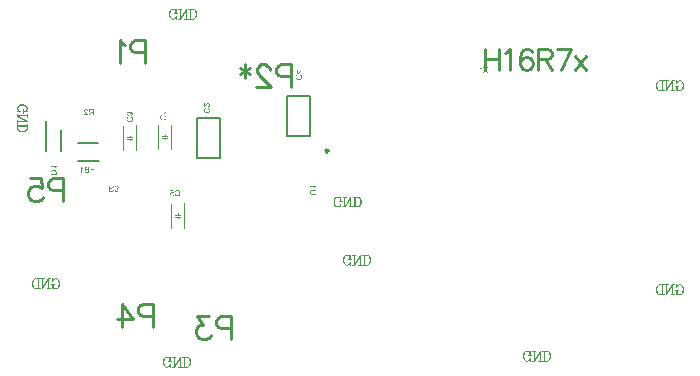
<source format=gbo>
G04*
G04 #@! TF.GenerationSoftware,Altium Limited,Altium Designer,25.8.1 (18)*
G04*
G04 Layer_Color=32896*
%FSLAX44Y44*%
%MOMM*%
G71*
G04*
G04 #@! TF.SameCoordinates,BCE08161-644A-4D5C-BD65-52524292B4E2*
G04*
G04*
G04 #@! TF.FilePolarity,Positive*
G04*
G01*
G75*
%ADD10C,0.2000*%
%ADD11C,0.2500*%
%ADD13C,0.2540*%
%ADD14C,0.0762*%
%ADD40C,0.1524*%
%ADD56C,0.1000*%
%ADD57C,0.0800*%
G36*
X103199Y101870D02*
X103281Y101750D01*
X103379Y101630D01*
X103469Y101524D01*
X103560Y101434D01*
X103627Y101359D01*
X103657Y101336D01*
X103680Y101314D01*
X103687Y101306D01*
X103695Y101299D01*
X103853Y101171D01*
X104011Y101051D01*
X104161Y100946D01*
X104311Y100863D01*
X104439Y100788D01*
X104492Y100758D01*
X104537Y100735D01*
X104574Y100712D01*
X104605Y100705D01*
X104620Y100690D01*
X104627D01*
Y100073D01*
X104514Y100119D01*
X104402Y100171D01*
X104289Y100224D01*
X104184Y100276D01*
X104093Y100322D01*
X104018Y100359D01*
X103973Y100389D01*
X103966Y100397D01*
X103958D01*
X103823Y100479D01*
X103702Y100562D01*
X103597Y100637D01*
X103514Y100705D01*
X103439Y100758D01*
X103394Y100803D01*
X103357Y100833D01*
X103349Y100840D01*
Y96773D01*
X102710D01*
Y101998D01*
X103123D01*
X103199Y101870D01*
D02*
G37*
G36*
X108228Y99464D02*
X110236Y96773D01*
X109409D01*
X108093Y98577D01*
X108063Y98622D01*
X108025Y98675D01*
X107943Y98795D01*
X107905Y98855D01*
X107875Y98900D01*
X107852Y98931D01*
X107845Y98938D01*
X107770Y98825D01*
X107702Y98720D01*
X107672Y98682D01*
X107657Y98652D01*
X107642Y98630D01*
X107634Y98622D01*
X106319Y96773D01*
X105469D01*
X107416Y99494D01*
X105612Y101976D01*
X106364D01*
X107401Y100592D01*
X107492Y100479D01*
X107567Y100374D01*
X107642Y100269D01*
X107702Y100186D01*
X107755Y100111D01*
X107792Y100051D01*
X107815Y100021D01*
X107822Y100006D01*
X107875Y100096D01*
X107935Y100194D01*
X108003Y100299D01*
X108070Y100404D01*
X108138Y100494D01*
X108183Y100570D01*
X108206Y100600D01*
X108221Y100622D01*
X108236Y100630D01*
Y100637D01*
X109183Y101976D01*
X110003D01*
X108228Y99464D01*
D02*
G37*
G36*
X-35670Y669D02*
X-35798Y593D01*
X-35918Y511D01*
X-36038Y413D01*
X-36144Y323D01*
X-36234Y233D01*
X-36309Y165D01*
X-36332Y135D01*
X-36354Y112D01*
X-36362Y105D01*
X-36369Y97D01*
X-36497Y-61D01*
X-36617Y-218D01*
X-36723Y-369D01*
X-36805Y-519D01*
X-36880Y-647D01*
X-36911Y-700D01*
X-36933Y-745D01*
X-36956Y-782D01*
X-36963Y-812D01*
X-36978Y-827D01*
Y-835D01*
X-37595D01*
X-37550Y-722D01*
X-37497Y-609D01*
X-37444Y-497D01*
X-37392Y-391D01*
X-37346Y-301D01*
X-37309Y-226D01*
X-37279Y-181D01*
X-37271Y-173D01*
Y-166D01*
X-37189Y-30D01*
X-37106Y90D01*
X-37031Y195D01*
X-36963Y278D01*
X-36911Y353D01*
X-36865Y398D01*
X-36835Y436D01*
X-36828Y443D01*
X-40895D01*
Y1082D01*
X-35670D01*
Y669D01*
D02*
G37*
G36*
X-35693Y-2903D02*
X-38700D01*
X-38873D01*
X-39038Y-2918D01*
X-39181Y-2933D01*
X-39316Y-2955D01*
X-39437Y-2978D01*
X-39549Y-3008D01*
X-39647Y-3030D01*
X-39730Y-3060D01*
X-39797Y-3090D01*
X-39865Y-3121D01*
X-39910Y-3151D01*
X-39955Y-3173D01*
X-39985Y-3196D01*
X-40008Y-3211D01*
X-40016Y-3218D01*
X-40023Y-3226D01*
X-40083Y-3293D01*
X-40136Y-3369D01*
X-40219Y-3534D01*
X-40279Y-3707D01*
X-40316Y-3887D01*
X-40346Y-4053D01*
X-40354Y-4121D01*
Y-4188D01*
X-40361Y-4233D01*
Y-4308D01*
X-40354Y-4466D01*
X-40331Y-4609D01*
X-40309Y-4744D01*
X-40271Y-4850D01*
X-40241Y-4940D01*
X-40219Y-5008D01*
X-40196Y-5045D01*
X-40188Y-5060D01*
X-40121Y-5166D01*
X-40038Y-5256D01*
X-39955Y-5331D01*
X-39880Y-5384D01*
X-39805Y-5429D01*
X-39752Y-5466D01*
X-39715Y-5481D01*
X-39700Y-5489D01*
X-39632Y-5511D01*
X-39564Y-5526D01*
X-39407Y-5556D01*
X-39241Y-5579D01*
X-39076Y-5594D01*
X-38933Y-5602D01*
X-38865D01*
X-38813Y-5609D01*
X-38767D01*
X-38730D01*
X-38707D01*
X-38700D01*
X-35693D01*
Y-6301D01*
X-38700D01*
X-38850D01*
X-38993Y-6293D01*
X-39128Y-6286D01*
X-39256Y-6271D01*
X-39369Y-6256D01*
X-39474Y-6241D01*
X-39572Y-6218D01*
X-39662Y-6203D01*
X-39745Y-6188D01*
X-39813Y-6166D01*
X-39873Y-6151D01*
X-39918Y-6135D01*
X-39955Y-6120D01*
X-39985Y-6113D01*
X-40001Y-6105D01*
X-40008D01*
X-40174Y-6023D01*
X-40324Y-5917D01*
X-40444Y-5812D01*
X-40549Y-5699D01*
X-40632Y-5602D01*
X-40692Y-5519D01*
X-40707Y-5489D01*
X-40722Y-5466D01*
X-40737Y-5451D01*
Y-5444D01*
X-40820Y-5256D01*
X-40880Y-5060D01*
X-40925Y-4857D01*
X-40955Y-4669D01*
X-40963Y-4587D01*
X-40970Y-4504D01*
X-40978Y-4429D01*
Y-4369D01*
X-40985Y-4316D01*
Y-4248D01*
X-40970Y-3978D01*
X-40955Y-3857D01*
X-40940Y-3745D01*
X-40918Y-3632D01*
X-40895Y-3534D01*
X-40873Y-3444D01*
X-40843Y-3361D01*
X-40813Y-3286D01*
X-40790Y-3226D01*
X-40767Y-3166D01*
X-40745Y-3121D01*
X-40722Y-3083D01*
X-40715Y-3060D01*
X-40700Y-3045D01*
Y-3038D01*
X-40587Y-2872D01*
X-40459Y-2737D01*
X-40339Y-2632D01*
X-40219Y-2542D01*
X-40113Y-2474D01*
X-40031Y-2429D01*
X-40001Y-2414D01*
X-39978Y-2399D01*
X-39963Y-2391D01*
X-39955D01*
X-39865Y-2361D01*
X-39767Y-2331D01*
X-39564Y-2286D01*
X-39354Y-2256D01*
X-39151Y-2233D01*
X-39061Y-2226D01*
X-38970Y-2218D01*
X-38895D01*
X-38828Y-2211D01*
X-38775D01*
X-38737D01*
X-38707D01*
X-38700D01*
X-35693D01*
Y-2903D01*
D02*
G37*
G36*
X-230339Y66466D02*
X-230211Y66458D01*
X-230091Y66435D01*
X-229978Y66413D01*
X-229873Y66383D01*
X-229775Y66353D01*
X-229685Y66315D01*
X-229602Y66278D01*
X-229527Y66240D01*
X-229467Y66202D01*
X-229414Y66172D01*
X-229369Y66142D01*
X-229331Y66120D01*
X-229309Y66097D01*
X-229294Y66090D01*
X-229286Y66082D01*
X-229211Y66007D01*
X-229144Y65924D01*
X-229076Y65834D01*
X-229023Y65744D01*
X-228933Y65563D01*
X-228873Y65383D01*
X-228850Y65300D01*
X-228828Y65217D01*
X-228813Y65150D01*
X-228798Y65090D01*
X-228790Y65037D01*
Y64999D01*
X-228783Y64977D01*
Y64969D01*
X-229437Y64902D01*
X-229452Y65075D01*
X-229482Y65225D01*
X-229527Y65360D01*
X-229580Y65466D01*
X-229625Y65556D01*
X-229670Y65616D01*
X-229700Y65654D01*
X-229715Y65669D01*
X-229828Y65759D01*
X-229948Y65827D01*
X-230076Y65879D01*
X-230189Y65909D01*
X-230294Y65932D01*
X-230384Y65939D01*
X-230414Y65947D01*
X-230459D01*
X-230617Y65939D01*
X-230760Y65909D01*
X-230880Y65864D01*
X-230986Y65819D01*
X-231068Y65766D01*
X-231121Y65729D01*
X-231159Y65699D01*
X-231173Y65684D01*
X-231264Y65578D01*
X-231331Y65473D01*
X-231384Y65368D01*
X-231414Y65263D01*
X-231437Y65180D01*
X-231444Y65105D01*
X-231452Y65060D01*
Y65052D01*
Y65045D01*
X-231437Y64909D01*
X-231407Y64766D01*
X-231354Y64639D01*
X-231301Y64518D01*
X-231241Y64420D01*
X-231189Y64338D01*
X-231173Y64308D01*
X-231159Y64285D01*
X-231143Y64278D01*
Y64270D01*
X-231083Y64187D01*
X-231008Y64105D01*
X-230925Y64015D01*
X-230835Y63924D01*
X-230647Y63744D01*
X-230459Y63563D01*
X-230361Y63481D01*
X-230279Y63406D01*
X-230196Y63338D01*
X-230128Y63278D01*
X-230076Y63233D01*
X-230031Y63195D01*
X-230001Y63172D01*
X-229993Y63165D01*
X-229805Y63007D01*
X-229632Y62857D01*
X-229489Y62721D01*
X-229377Y62609D01*
X-229279Y62511D01*
X-229211Y62443D01*
X-229174Y62398D01*
X-229159Y62391D01*
Y62383D01*
X-229053Y62255D01*
X-228971Y62135D01*
X-228895Y62015D01*
X-228835Y61909D01*
X-228790Y61819D01*
X-228760Y61751D01*
X-228745Y61706D01*
X-228738Y61699D01*
Y61691D01*
X-228708Y61609D01*
X-228692Y61533D01*
X-228677Y61458D01*
X-228670Y61391D01*
X-228662Y61330D01*
Y61285D01*
Y61255D01*
Y61248D01*
X-232113D01*
Y61864D01*
X-229550D01*
X-229640Y61992D01*
X-229685Y62045D01*
X-229722Y62097D01*
X-229760Y62143D01*
X-229790Y62172D01*
X-229813Y62195D01*
X-229820Y62203D01*
X-229858Y62240D01*
X-229903Y62278D01*
X-230008Y62375D01*
X-230128Y62488D01*
X-230256Y62601D01*
X-230377Y62699D01*
X-230429Y62744D01*
X-230474Y62789D01*
X-230512Y62819D01*
X-230542Y62842D01*
X-230557Y62857D01*
X-230564Y62864D01*
X-230685Y62969D01*
X-230805Y63067D01*
X-230910Y63165D01*
X-231008Y63248D01*
X-231098Y63330D01*
X-231173Y63406D01*
X-231249Y63473D01*
X-231309Y63533D01*
X-231369Y63594D01*
X-231414Y63639D01*
X-231452Y63676D01*
X-231489Y63714D01*
X-231527Y63759D01*
X-231542Y63774D01*
X-231647Y63902D01*
X-231737Y64015D01*
X-231813Y64127D01*
X-231873Y64218D01*
X-231918Y64300D01*
X-231948Y64360D01*
X-231963Y64398D01*
X-231971Y64413D01*
X-232016Y64526D01*
X-232046Y64639D01*
X-232076Y64744D01*
X-232091Y64834D01*
X-232098Y64917D01*
X-232106Y64977D01*
Y65015D01*
Y65030D01*
X-232098Y65142D01*
X-232083Y65248D01*
X-232068Y65353D01*
X-232038Y65443D01*
X-231963Y65623D01*
X-231888Y65766D01*
X-231843Y65834D01*
X-231805Y65887D01*
X-231768Y65939D01*
X-231730Y65977D01*
X-231700Y66007D01*
X-231685Y66037D01*
X-231670Y66045D01*
X-231662Y66052D01*
X-231579Y66127D01*
X-231489Y66195D01*
X-231392Y66248D01*
X-231294Y66293D01*
X-231098Y66368D01*
X-230903Y66420D01*
X-230820Y66435D01*
X-230737Y66451D01*
X-230662Y66458D01*
X-230602Y66466D01*
X-230550Y66473D01*
X-230474D01*
X-230339Y66466D01*
D02*
G37*
G36*
X-223775Y61248D02*
X-224467D01*
Y63556D01*
X-225354D01*
X-225437Y63548D01*
X-225497D01*
X-225550Y63541D01*
X-225587Y63533D01*
X-225617D01*
X-225632Y63526D01*
X-225640D01*
X-225760Y63488D01*
X-225813Y63466D01*
X-225858Y63443D01*
X-225903Y63421D01*
X-225933Y63406D01*
X-225948Y63398D01*
X-225956Y63390D01*
X-226016Y63345D01*
X-226076Y63293D01*
X-226189Y63180D01*
X-226241Y63127D01*
X-226279Y63082D01*
X-226302Y63052D01*
X-226309Y63045D01*
X-226384Y62939D01*
X-226467Y62827D01*
X-226550Y62706D01*
X-226632Y62594D01*
X-226700Y62488D01*
X-226753Y62406D01*
X-226775Y62375D01*
X-226790Y62353D01*
X-226805Y62338D01*
Y62330D01*
X-227489Y61248D01*
X-228347D01*
X-227452Y62661D01*
X-227347Y62812D01*
X-227249Y62947D01*
X-227151Y63060D01*
X-227069Y63165D01*
X-226993Y63240D01*
X-226933Y63300D01*
X-226896Y63338D01*
X-226880Y63353D01*
X-226820Y63398D01*
X-226753Y63451D01*
X-226617Y63533D01*
X-226557Y63563D01*
X-226512Y63594D01*
X-226482Y63609D01*
X-226467Y63616D01*
X-226602Y63639D01*
X-226730Y63661D01*
X-226843Y63699D01*
X-226956Y63729D01*
X-227053Y63766D01*
X-227144Y63812D01*
X-227226Y63849D01*
X-227302Y63887D01*
X-227362Y63932D01*
X-227422Y63969D01*
X-227467Y64000D01*
X-227505Y64030D01*
X-227535Y64052D01*
X-227557Y64075D01*
X-227565Y64082D01*
X-227572Y64090D01*
X-227632Y64165D01*
X-227693Y64240D01*
X-227783Y64398D01*
X-227843Y64556D01*
X-227888Y64706D01*
X-227918Y64834D01*
X-227926Y64887D01*
Y64939D01*
X-227933Y64977D01*
Y65007D01*
Y65022D01*
Y65030D01*
X-227926Y65187D01*
X-227903Y65330D01*
X-227865Y65466D01*
X-227828Y65578D01*
X-227783Y65676D01*
X-227753Y65751D01*
X-227723Y65796D01*
X-227715Y65804D01*
Y65812D01*
X-227625Y65932D01*
X-227535Y66037D01*
X-227437Y66127D01*
X-227347Y66195D01*
X-227264Y66248D01*
X-227196Y66278D01*
X-227151Y66300D01*
X-227144Y66308D01*
X-227136D01*
X-227069Y66330D01*
X-226986Y66353D01*
X-226820Y66390D01*
X-226640Y66413D01*
X-226474Y66435D01*
X-226317Y66443D01*
X-226249D01*
X-226189Y66451D01*
X-223775D01*
Y61248D01*
D02*
G37*
G36*
X-207582Y118D02*
X-207687Y-33D01*
X-207785Y-168D01*
X-207883Y-281D01*
X-207965Y-386D01*
X-208041Y-461D01*
X-208101Y-521D01*
X-208138Y-559D01*
X-208153Y-574D01*
X-208213Y-619D01*
X-208281Y-671D01*
X-208416Y-754D01*
X-208477Y-784D01*
X-208522Y-814D01*
X-208552Y-829D01*
X-208567Y-837D01*
X-208431Y-860D01*
X-208304Y-882D01*
X-208191Y-920D01*
X-208078Y-950D01*
X-207980Y-987D01*
X-207890Y-1032D01*
X-207807Y-1070D01*
X-207732Y-1108D01*
X-207672Y-1153D01*
X-207612Y-1190D01*
X-207567Y-1220D01*
X-207529Y-1250D01*
X-207499Y-1273D01*
X-207477Y-1296D01*
X-207469Y-1303D01*
X-207462Y-1311D01*
X-207401Y-1386D01*
X-207341Y-1461D01*
X-207251Y-1619D01*
X-207191Y-1777D01*
X-207146Y-1927D01*
X-207116Y-2055D01*
X-207108Y-2107D01*
Y-2160D01*
X-207101Y-2198D01*
Y-2228D01*
Y-2243D01*
Y-2250D01*
X-207108Y-2408D01*
X-207131Y-2551D01*
X-207168Y-2686D01*
X-207206Y-2799D01*
X-207251Y-2897D01*
X-207281Y-2972D01*
X-207311Y-3017D01*
X-207319Y-3025D01*
Y-3032D01*
X-207409Y-3153D01*
X-207499Y-3258D01*
X-207597Y-3348D01*
X-207687Y-3416D01*
X-207770Y-3468D01*
X-207838Y-3498D01*
X-207883Y-3521D01*
X-207890Y-3528D01*
X-207898D01*
X-207965Y-3551D01*
X-208048Y-3574D01*
X-208213Y-3611D01*
X-208394Y-3634D01*
X-208559Y-3656D01*
X-208717Y-3664D01*
X-208785D01*
X-208845Y-3671D01*
X-211258D01*
Y1531D01*
X-210567D01*
Y-777D01*
X-209680D01*
X-209597Y-769D01*
X-209537D01*
X-209484Y-762D01*
X-209446Y-754D01*
X-209416D01*
X-209401Y-747D01*
X-209394D01*
X-209273Y-709D01*
X-209221Y-687D01*
X-209176Y-664D01*
X-209131Y-641D01*
X-209101Y-626D01*
X-209086Y-619D01*
X-209078Y-611D01*
X-209018Y-566D01*
X-208958Y-514D01*
X-208845Y-401D01*
X-208792Y-348D01*
X-208755Y-303D01*
X-208732Y-273D01*
X-208725Y-266D01*
X-208650Y-160D01*
X-208567Y-47D01*
X-208484Y73D01*
X-208401Y186D01*
X-208334Y291D01*
X-208281Y373D01*
X-208258Y404D01*
X-208244Y426D01*
X-208228Y441D01*
Y449D01*
X-207544Y1531D01*
X-206687D01*
X-207582Y118D01*
D02*
G37*
G36*
X-204484Y1614D02*
X-204356Y1599D01*
X-204229Y1576D01*
X-204108Y1546D01*
X-203996Y1509D01*
X-203898Y1471D01*
X-203800Y1426D01*
X-203717Y1381D01*
X-203635Y1343D01*
X-203567Y1298D01*
X-203507Y1261D01*
X-203462Y1223D01*
X-203424Y1193D01*
X-203394Y1170D01*
X-203379Y1155D01*
X-203372Y1148D01*
X-203281Y1058D01*
X-203206Y960D01*
X-203139Y862D01*
X-203078Y764D01*
X-203033Y674D01*
X-202988Y576D01*
X-202928Y396D01*
X-202913Y313D01*
X-202898Y238D01*
X-202883Y170D01*
X-202875Y110D01*
X-202868Y65D01*
Y28D01*
Y5D01*
Y-2D01*
X-202875Y-183D01*
X-202905Y-348D01*
X-202950Y-491D01*
X-202996Y-611D01*
X-203041Y-709D01*
X-203086Y-784D01*
X-203116Y-829D01*
X-203123Y-844D01*
X-203229Y-957D01*
X-203342Y-1055D01*
X-203462Y-1130D01*
X-203582Y-1190D01*
X-203687Y-1235D01*
X-203770Y-1266D01*
X-203800Y-1273D01*
X-203823Y-1280D01*
X-203838Y-1288D01*
X-203845D01*
X-203717Y-1356D01*
X-203612Y-1423D01*
X-203522Y-1498D01*
X-203447Y-1566D01*
X-203387Y-1626D01*
X-203342Y-1679D01*
X-203319Y-1709D01*
X-203311Y-1724D01*
X-203251Y-1829D01*
X-203206Y-1935D01*
X-203169Y-2040D01*
X-203146Y-2138D01*
X-203131Y-2220D01*
X-203123Y-2280D01*
Y-2326D01*
Y-2341D01*
X-203131Y-2468D01*
X-203153Y-2596D01*
X-203184Y-2709D01*
X-203221Y-2807D01*
X-203259Y-2889D01*
X-203289Y-2957D01*
X-203311Y-2995D01*
X-203319Y-3010D01*
X-203394Y-3122D01*
X-203484Y-3220D01*
X-203575Y-3303D01*
X-203665Y-3378D01*
X-203740Y-3431D01*
X-203808Y-3476D01*
X-203853Y-3498D01*
X-203860Y-3506D01*
X-203868D01*
X-204003Y-3566D01*
X-204138Y-3611D01*
X-204274Y-3649D01*
X-204394Y-3671D01*
X-204492Y-3686D01*
X-204575Y-3694D01*
X-204762D01*
X-204868Y-3679D01*
X-205071Y-3641D01*
X-205244Y-3581D01*
X-205394Y-3521D01*
X-205462Y-3483D01*
X-205514Y-3453D01*
X-205567Y-3423D01*
X-205604Y-3393D01*
X-205635Y-3371D01*
X-205657Y-3356D01*
X-205672Y-3348D01*
X-205680Y-3341D01*
X-205823Y-3198D01*
X-205935Y-3040D01*
X-206026Y-2874D01*
X-206101Y-2709D01*
X-206146Y-2566D01*
X-206168Y-2506D01*
X-206183Y-2453D01*
X-206191Y-2408D01*
X-206199Y-2378D01*
X-206206Y-2356D01*
Y-2348D01*
X-205567Y-2235D01*
X-205537Y-2401D01*
X-205492Y-2544D01*
X-205439Y-2664D01*
X-205387Y-2762D01*
X-205334Y-2837D01*
X-205289Y-2889D01*
X-205259Y-2927D01*
X-205251Y-2935D01*
X-205153Y-3010D01*
X-205048Y-3070D01*
X-204950Y-3108D01*
X-204853Y-3138D01*
X-204762Y-3153D01*
X-204695Y-3168D01*
X-204635D01*
X-204499Y-3160D01*
X-204379Y-3130D01*
X-204274Y-3092D01*
X-204184Y-3055D01*
X-204116Y-3010D01*
X-204063Y-2972D01*
X-204026Y-2942D01*
X-204018Y-2935D01*
X-203935Y-2844D01*
X-203875Y-2747D01*
X-203838Y-2649D01*
X-203808Y-2559D01*
X-203793Y-2476D01*
X-203778Y-2416D01*
Y-2371D01*
Y-2363D01*
Y-2356D01*
Y-2273D01*
X-203793Y-2198D01*
X-203830Y-2070D01*
X-203883Y-1957D01*
X-203943Y-1859D01*
X-204003Y-1792D01*
X-204056Y-1739D01*
X-204093Y-1709D01*
X-204101Y-1701D01*
X-204108D01*
X-204236Y-1634D01*
X-204356Y-1581D01*
X-204484Y-1544D01*
X-204597Y-1521D01*
X-204695Y-1506D01*
X-204778Y-1491D01*
X-204875D01*
X-204905Y-1498D01*
X-204943D01*
X-205018Y-935D01*
X-204920Y-957D01*
X-204830Y-972D01*
X-204755Y-987D01*
X-204687Y-995D01*
X-204635Y-1002D01*
X-204567D01*
X-204409Y-987D01*
X-204266Y-957D01*
X-204138Y-912D01*
X-204033Y-860D01*
X-203951Y-807D01*
X-203890Y-762D01*
X-203853Y-732D01*
X-203838Y-717D01*
X-203740Y-604D01*
X-203665Y-484D01*
X-203612Y-363D01*
X-203582Y-243D01*
X-203559Y-145D01*
X-203552Y-63D01*
X-203545Y-33D01*
Y-10D01*
Y5D01*
Y13D01*
X-203559Y178D01*
X-203597Y328D01*
X-203642Y456D01*
X-203702Y569D01*
X-203762Y659D01*
X-203808Y727D01*
X-203845Y772D01*
X-203860Y787D01*
X-203981Y892D01*
X-204108Y967D01*
X-204236Y1020D01*
X-204356Y1058D01*
X-204462Y1080D01*
X-204544Y1088D01*
X-204575Y1095D01*
X-204620D01*
X-204755Y1088D01*
X-204883Y1058D01*
X-204995Y1020D01*
X-205086Y975D01*
X-205161Y937D01*
X-205221Y900D01*
X-205251Y870D01*
X-205266Y862D01*
X-205356Y757D01*
X-205432Y637D01*
X-205499Y509D01*
X-205552Y373D01*
X-205590Y261D01*
X-205604Y208D01*
X-205612Y163D01*
X-205620Y125D01*
X-205627Y95D01*
X-205635Y80D01*
Y73D01*
X-206274Y155D01*
X-206259Y276D01*
X-206236Y389D01*
X-206168Y599D01*
X-206086Y780D01*
X-206041Y855D01*
X-205996Y930D01*
X-205950Y998D01*
X-205905Y1050D01*
X-205868Y1103D01*
X-205830Y1140D01*
X-205807Y1170D01*
X-205785Y1193D01*
X-205770Y1208D01*
X-205762Y1216D01*
X-205672Y1283D01*
X-205582Y1351D01*
X-205492Y1404D01*
X-205394Y1449D01*
X-205206Y1524D01*
X-205026Y1569D01*
X-204943Y1584D01*
X-204868Y1599D01*
X-204800Y1607D01*
X-204740Y1614D01*
X-204695Y1622D01*
X-204627D01*
X-204484Y1614D01*
D02*
G37*
G36*
X-234270Y17430D02*
X-234188Y17310D01*
X-234090Y17190D01*
X-234000Y17085D01*
X-233910Y16994D01*
X-233842Y16919D01*
X-233812Y16897D01*
X-233789Y16874D01*
X-233782Y16867D01*
X-233774Y16859D01*
X-233616Y16731D01*
X-233458Y16611D01*
X-233308Y16506D01*
X-233158Y16423D01*
X-233030Y16348D01*
X-232977Y16318D01*
X-232932Y16295D01*
X-232895Y16273D01*
X-232864Y16265D01*
X-232850Y16250D01*
X-232842D01*
Y15633D01*
X-232955Y15679D01*
X-233067Y15731D01*
X-233180Y15784D01*
X-233286Y15836D01*
X-233376Y15882D01*
X-233451Y15919D01*
X-233496Y15949D01*
X-233504Y15957D01*
X-233511D01*
X-233646Y16040D01*
X-233767Y16122D01*
X-233872Y16197D01*
X-233955Y16265D01*
X-234030Y16318D01*
X-234075Y16363D01*
X-234113Y16393D01*
X-234120Y16400D01*
Y12333D01*
X-234759D01*
Y17558D01*
X-234346D01*
X-234270Y17430D01*
D02*
G37*
G36*
X-223354Y12333D02*
X-224045D01*
Y14694D01*
X-226489D01*
Y15310D01*
X-224045D01*
Y16919D01*
X-226872D01*
Y17536D01*
X-223354D01*
Y12333D01*
D02*
G37*
G36*
X-227737D02*
X-229722D01*
X-229902Y12341D01*
X-230060Y12348D01*
X-230203Y12363D01*
X-230323Y12378D01*
X-230421Y12393D01*
X-230496Y12401D01*
X-230541Y12416D01*
X-230556D01*
X-230684Y12453D01*
X-230789Y12491D01*
X-230887Y12536D01*
X-230970Y12581D01*
X-231038Y12611D01*
X-231090Y12641D01*
X-231120Y12664D01*
X-231128Y12671D01*
X-231210Y12739D01*
X-231286Y12822D01*
X-231346Y12904D01*
X-231406Y12980D01*
X-231451Y13055D01*
X-231481Y13107D01*
X-231504Y13145D01*
X-231511Y13160D01*
X-231564Y13280D01*
X-231601Y13401D01*
X-231632Y13513D01*
X-231646Y13619D01*
X-231662Y13709D01*
X-231669Y13784D01*
Y13829D01*
Y13837D01*
Y13844D01*
X-231662Y14010D01*
X-231632Y14160D01*
X-231586Y14288D01*
X-231541Y14408D01*
X-231496Y14498D01*
X-231451Y14566D01*
X-231421Y14611D01*
X-231413Y14626D01*
X-231308Y14746D01*
X-231195Y14844D01*
X-231068Y14927D01*
X-230955Y14994D01*
X-230850Y15047D01*
X-230759Y15077D01*
X-230729Y15092D01*
X-230707Y15100D01*
X-230692Y15107D01*
X-230684D01*
X-230812Y15182D01*
X-230925Y15258D01*
X-231015Y15340D01*
X-231090Y15416D01*
X-231150Y15476D01*
X-231195Y15536D01*
X-231218Y15566D01*
X-231225Y15581D01*
X-231286Y15694D01*
X-231331Y15799D01*
X-231368Y15904D01*
X-231391Y16002D01*
X-231406Y16085D01*
X-231413Y16152D01*
Y16190D01*
Y16205D01*
X-231406Y16333D01*
X-231383Y16461D01*
X-231346Y16573D01*
X-231308Y16679D01*
X-231271Y16769D01*
X-231233Y16829D01*
X-231210Y16874D01*
X-231203Y16889D01*
X-231120Y17002D01*
X-231030Y17107D01*
X-230932Y17190D01*
X-230842Y17257D01*
X-230767Y17310D01*
X-230699Y17348D01*
X-230654Y17370D01*
X-230647Y17378D01*
X-230639D01*
X-230496Y17430D01*
X-230338Y17468D01*
X-230180Y17498D01*
X-230030Y17513D01*
X-229895Y17528D01*
X-229835D01*
X-229782Y17536D01*
X-227737D01*
Y12333D01*
D02*
G37*
G36*
X-255308Y17450D02*
X-255436Y17375D01*
X-255556Y17292D01*
X-255676Y17195D01*
X-255781Y17105D01*
X-255872Y17014D01*
X-255947Y16947D01*
X-255970Y16917D01*
X-255992Y16894D01*
X-256000Y16886D01*
X-256007Y16879D01*
X-256135Y16721D01*
X-256255Y16563D01*
X-256360Y16413D01*
X-256443Y16262D01*
X-256518Y16135D01*
X-256548Y16082D01*
X-256571Y16037D01*
X-256593Y15999D01*
X-256601Y15969D01*
X-256616Y15954D01*
Y15947D01*
X-257233D01*
X-257188Y16059D01*
X-257135Y16172D01*
X-257082Y16285D01*
X-257030Y16390D01*
X-256985Y16480D01*
X-256947Y16556D01*
X-256917Y16601D01*
X-256909Y16608D01*
Y16616D01*
X-256827Y16751D01*
X-256744Y16871D01*
X-256669Y16977D01*
X-256601Y17059D01*
X-256548Y17134D01*
X-256503Y17180D01*
X-256473Y17217D01*
X-256466Y17225D01*
X-260533D01*
Y17864D01*
X-255308D01*
Y17450D01*
D02*
G37*
G36*
X-257654Y14766D02*
X-257421Y14744D01*
X-257210Y14706D01*
X-257112Y14691D01*
X-257030Y14669D01*
X-256947Y14646D01*
X-256879Y14631D01*
X-256819Y14616D01*
X-256766Y14593D01*
X-256721Y14586D01*
X-256691Y14571D01*
X-256676Y14563D01*
X-256669D01*
X-256473Y14481D01*
X-256300Y14383D01*
X-256150Y14277D01*
X-256022Y14180D01*
X-255917Y14090D01*
X-255842Y14014D01*
X-255819Y13984D01*
X-255797Y13962D01*
X-255789Y13954D01*
X-255781Y13947D01*
X-255684Y13826D01*
X-255609Y13699D01*
X-255541Y13571D01*
X-255488Y13450D01*
X-255451Y13345D01*
X-255428Y13263D01*
X-255413Y13233D01*
Y13210D01*
X-255406Y13195D01*
Y13187D01*
X-255383Y13060D01*
X-255361Y12909D01*
X-255345Y12759D01*
X-255338Y12608D01*
X-255330Y12473D01*
Y10473D01*
X-260533D01*
Y12345D01*
X-260526Y12518D01*
X-260518Y12676D01*
X-260503Y12819D01*
X-260488Y12939D01*
X-260473Y13045D01*
X-260466Y13120D01*
X-260458Y13142D01*
X-260450Y13165D01*
Y13180D01*
X-260413Y13315D01*
X-260368Y13435D01*
X-260330Y13541D01*
X-260285Y13631D01*
X-260247Y13706D01*
X-260217Y13759D01*
X-260195Y13789D01*
X-260187Y13804D01*
X-260120Y13902D01*
X-260037Y13984D01*
X-259962Y14067D01*
X-259887Y14135D01*
X-259819Y14195D01*
X-259766Y14240D01*
X-259729Y14270D01*
X-259714Y14277D01*
X-259593Y14353D01*
X-259466Y14428D01*
X-259345Y14488D01*
X-259225Y14533D01*
X-259120Y14578D01*
X-259037Y14608D01*
X-259007Y14616D01*
X-258984Y14623D01*
X-258969Y14631D01*
X-258962D01*
X-258781Y14676D01*
X-258601Y14714D01*
X-258428Y14736D01*
X-258263Y14759D01*
X-258120Y14766D01*
X-258060D01*
X-258007Y14774D01*
X-257969D01*
X-257932D01*
X-257917D01*
X-257909D01*
X-257654Y14766D01*
D02*
G37*
G36*
X-51056Y98970D02*
X-47688D01*
Y98451D01*
X-51056Y96068D01*
X-51642D01*
Y98331D01*
X-52890D01*
Y98970D01*
X-51642D01*
Y99677D01*
X-51056D01*
Y98970D01*
D02*
G37*
G36*
X-51071Y95008D02*
X-51191Y94978D01*
X-51304Y94940D01*
X-51409Y94902D01*
X-51507Y94865D01*
X-51597Y94820D01*
X-51672Y94775D01*
X-51748Y94722D01*
X-51815Y94677D01*
X-51875Y94639D01*
X-51920Y94594D01*
X-51966Y94557D01*
X-52003Y94527D01*
X-52026Y94496D01*
X-52048Y94474D01*
X-52056Y94466D01*
X-52063Y94459D01*
X-52123Y94384D01*
X-52169Y94301D01*
X-52251Y94136D01*
X-52312Y93978D01*
X-52349Y93820D01*
X-52379Y93684D01*
X-52387Y93632D01*
Y93579D01*
X-52394Y93534D01*
Y93481D01*
X-52387Y93308D01*
X-52357Y93143D01*
X-52319Y92993D01*
X-52274Y92857D01*
X-52229Y92752D01*
X-52206Y92707D01*
X-52191Y92669D01*
X-52176Y92639D01*
X-52161Y92617D01*
X-52154Y92602D01*
Y92594D01*
X-52048Y92451D01*
X-51936Y92331D01*
X-51808Y92226D01*
X-51687Y92143D01*
X-51582Y92076D01*
X-51492Y92030D01*
X-51454Y92015D01*
X-51432Y92000D01*
X-51417Y91993D01*
X-51409D01*
X-51214Y91933D01*
X-51018Y91888D01*
X-50823Y91850D01*
X-50642Y91827D01*
X-50560Y91820D01*
X-50484Y91812D01*
X-50417D01*
X-50364Y91805D01*
X-50319D01*
X-50282D01*
X-50259D01*
X-50251D01*
X-50056Y91812D01*
X-49875Y91827D01*
X-49710Y91858D01*
X-49560Y91888D01*
X-49432Y91910D01*
X-49379Y91925D01*
X-49334Y91940D01*
X-49297Y91948D01*
X-49274Y91955D01*
X-49259Y91963D01*
X-49251D01*
X-49079Y92038D01*
X-48921Y92121D01*
X-48793Y92211D01*
X-48680Y92309D01*
X-48590Y92391D01*
X-48530Y92459D01*
X-48492Y92512D01*
X-48477Y92519D01*
Y92527D01*
X-48379Y92684D01*
X-48304Y92857D01*
X-48252Y93023D01*
X-48222Y93181D01*
X-48199Y93324D01*
X-48191Y93384D01*
Y93436D01*
X-48184Y93474D01*
Y93534D01*
X-48191Y93722D01*
X-48222Y93895D01*
X-48267Y94038D01*
X-48312Y94166D01*
X-48364Y94263D01*
X-48402Y94339D01*
X-48432Y94384D01*
X-48447Y94399D01*
X-48560Y94519D01*
X-48688Y94632D01*
X-48823Y94722D01*
X-48958Y94797D01*
X-49079Y94857D01*
X-49139Y94880D01*
X-49184Y94895D01*
X-49221Y94910D01*
X-49251Y94925D01*
X-49267Y94932D01*
X-49274D01*
X-49116Y95609D01*
X-48981Y95564D01*
X-48861Y95519D01*
X-48748Y95459D01*
X-48635Y95406D01*
X-48537Y95346D01*
X-48447Y95278D01*
X-48357Y95218D01*
X-48282Y95158D01*
X-48222Y95098D01*
X-48161Y95045D01*
X-48109Y94993D01*
X-48071Y94955D01*
X-48033Y94917D01*
X-48011Y94887D01*
X-48003Y94872D01*
X-47996Y94865D01*
X-47928Y94760D01*
X-47861Y94654D01*
X-47808Y94549D01*
X-47763Y94436D01*
X-47695Y94211D01*
X-47650Y94008D01*
X-47628Y93910D01*
X-47620Y93827D01*
X-47613Y93745D01*
X-47605Y93677D01*
X-47597Y93624D01*
Y93549D01*
X-47613Y93301D01*
X-47650Y93060D01*
X-47695Y92850D01*
X-47725Y92752D01*
X-47755Y92662D01*
X-47785Y92579D01*
X-47815Y92504D01*
X-47838Y92444D01*
X-47861Y92384D01*
X-47883Y92346D01*
X-47898Y92316D01*
X-47906Y92294D01*
X-47913Y92286D01*
X-48041Y92083D01*
X-48191Y91910D01*
X-48342Y91760D01*
X-48492Y91632D01*
X-48628Y91534D01*
X-48688Y91497D01*
X-48740Y91467D01*
X-48778Y91436D01*
X-48808Y91421D01*
X-48830Y91414D01*
X-48838Y91406D01*
X-49071Y91301D01*
X-49312Y91226D01*
X-49552Y91173D01*
X-49770Y91136D01*
X-49868Y91121D01*
X-49966Y91113D01*
X-50041Y91106D01*
X-50116D01*
X-50169Y91098D01*
X-50214D01*
X-50244D01*
X-50251D01*
X-50522Y91113D01*
X-50785Y91143D01*
X-51018Y91181D01*
X-51131Y91211D01*
X-51229Y91233D01*
X-51319Y91256D01*
X-51402Y91286D01*
X-51477Y91309D01*
X-51537Y91324D01*
X-51582Y91346D01*
X-51620Y91354D01*
X-51642Y91369D01*
X-51650D01*
X-51875Y91482D01*
X-52078Y91609D01*
X-52251Y91745D01*
X-52319Y91812D01*
X-52387Y91873D01*
X-52447Y91933D01*
X-52499Y91993D01*
X-52544Y92045D01*
X-52575Y92091D01*
X-52605Y92121D01*
X-52627Y92151D01*
X-52635Y92166D01*
X-52642Y92173D01*
X-52702Y92278D01*
X-52755Y92384D01*
X-52838Y92609D01*
X-52898Y92835D01*
X-52936Y93053D01*
X-52951Y93158D01*
X-52966Y93248D01*
X-52973Y93331D01*
Y93399D01*
X-52981Y93459D01*
Y93542D01*
X-52973Y93692D01*
X-52958Y93835D01*
X-52943Y93970D01*
X-52913Y94098D01*
X-52875Y94218D01*
X-52838Y94331D01*
X-52800Y94436D01*
X-52755Y94534D01*
X-52717Y94617D01*
X-52680Y94699D01*
X-52642Y94760D01*
X-52605Y94820D01*
X-52575Y94857D01*
X-52560Y94895D01*
X-52544Y94910D01*
X-52537Y94917D01*
X-52447Y95023D01*
X-52357Y95113D01*
X-52251Y95196D01*
X-52146Y95278D01*
X-51936Y95414D01*
X-51725Y95519D01*
X-51627Y95564D01*
X-51537Y95602D01*
X-51454Y95632D01*
X-51387Y95654D01*
X-51327Y95677D01*
X-51281Y95692D01*
X-51251Y95699D01*
X-51244D01*
X-51071Y95008D01*
D02*
G37*
G36*
X-194192Y64156D02*
X-194027Y64126D01*
X-193884Y64081D01*
X-193764Y64036D01*
X-193666Y63991D01*
X-193591Y63946D01*
X-193546Y63916D01*
X-193531Y63908D01*
X-193418Y63803D01*
X-193320Y63690D01*
X-193245Y63570D01*
X-193185Y63450D01*
X-193140Y63344D01*
X-193110Y63262D01*
X-193102Y63232D01*
X-193095Y63209D01*
X-193087Y63194D01*
Y63186D01*
X-193019Y63314D01*
X-192952Y63419D01*
X-192876Y63510D01*
X-192809Y63585D01*
X-192749Y63645D01*
X-192696Y63690D01*
X-192666Y63713D01*
X-192651Y63720D01*
X-192546Y63780D01*
X-192440Y63825D01*
X-192335Y63863D01*
X-192237Y63886D01*
X-192155Y63901D01*
X-192095Y63908D01*
X-192050D01*
X-192034D01*
X-191907Y63901D01*
X-191779Y63878D01*
X-191666Y63848D01*
X-191568Y63811D01*
X-191486Y63773D01*
X-191418Y63743D01*
X-191380Y63720D01*
X-191365Y63713D01*
X-191252Y63638D01*
X-191155Y63547D01*
X-191072Y63457D01*
X-190997Y63367D01*
X-190944Y63292D01*
X-190899Y63224D01*
X-190877Y63179D01*
X-190869Y63171D01*
Y63164D01*
X-190809Y63029D01*
X-190764Y62893D01*
X-190726Y62758D01*
X-190704Y62638D01*
X-190689Y62540D01*
X-190681Y62457D01*
Y62269D01*
X-190696Y62164D01*
X-190734Y61961D01*
X-190794Y61788D01*
X-190854Y61638D01*
X-190892Y61570D01*
X-190922Y61517D01*
X-190952Y61465D01*
X-190982Y61427D01*
X-191004Y61397D01*
X-191019Y61375D01*
X-191027Y61360D01*
X-191035Y61352D01*
X-191177Y61209D01*
X-191335Y61096D01*
X-191501Y61006D01*
X-191666Y60931D01*
X-191809Y60886D01*
X-191869Y60863D01*
X-191922Y60848D01*
X-191967Y60841D01*
X-191997Y60833D01*
X-192019Y60826D01*
X-192027D01*
X-192140Y61465D01*
X-191974Y61495D01*
X-191831Y61540D01*
X-191711Y61593D01*
X-191613Y61645D01*
X-191538Y61698D01*
X-191486Y61743D01*
X-191448Y61773D01*
X-191441Y61781D01*
X-191365Y61878D01*
X-191305Y61983D01*
X-191268Y62081D01*
X-191238Y62179D01*
X-191222Y62269D01*
X-191207Y62337D01*
Y62397D01*
X-191215Y62532D01*
X-191245Y62653D01*
X-191283Y62758D01*
X-191320Y62848D01*
X-191365Y62916D01*
X-191403Y62968D01*
X-191433Y63006D01*
X-191441Y63014D01*
X-191531Y63096D01*
X-191628Y63156D01*
X-191726Y63194D01*
X-191816Y63224D01*
X-191899Y63239D01*
X-191959Y63254D01*
X-192004D01*
X-192012D01*
X-192019D01*
X-192102D01*
X-192177Y63239D01*
X-192305Y63201D01*
X-192418Y63149D01*
X-192516Y63089D01*
X-192583Y63029D01*
X-192636Y62976D01*
X-192666Y62938D01*
X-192673Y62931D01*
Y62923D01*
X-192741Y62796D01*
X-192794Y62675D01*
X-192831Y62547D01*
X-192854Y62435D01*
X-192869Y62337D01*
X-192884Y62254D01*
Y62156D01*
X-192876Y62126D01*
Y62089D01*
X-193440Y62014D01*
X-193418Y62111D01*
X-193403Y62202D01*
X-193388Y62277D01*
X-193380Y62344D01*
X-193373Y62397D01*
Y62465D01*
X-193388Y62623D01*
X-193418Y62765D01*
X-193463Y62893D01*
X-193516Y62998D01*
X-193568Y63081D01*
X-193613Y63141D01*
X-193643Y63179D01*
X-193658Y63194D01*
X-193771Y63292D01*
X-193892Y63367D01*
X-194012Y63419D01*
X-194132Y63450D01*
X-194230Y63472D01*
X-194312Y63480D01*
X-194343Y63487D01*
X-194365D01*
X-194380D01*
X-194388D01*
X-194553Y63472D01*
X-194704Y63435D01*
X-194831Y63390D01*
X-194944Y63329D01*
X-195034Y63269D01*
X-195102Y63224D01*
X-195147Y63186D01*
X-195162Y63171D01*
X-195267Y63051D01*
X-195343Y62923D01*
X-195395Y62796D01*
X-195433Y62675D01*
X-195455Y62570D01*
X-195463Y62487D01*
X-195470Y62457D01*
Y62412D01*
X-195463Y62277D01*
X-195433Y62149D01*
X-195395Y62036D01*
X-195350Y61946D01*
X-195312Y61871D01*
X-195275Y61811D01*
X-195245Y61781D01*
X-195237Y61765D01*
X-195132Y61675D01*
X-195012Y61600D01*
X-194884Y61532D01*
X-194749Y61480D01*
X-194636Y61442D01*
X-194583Y61427D01*
X-194538Y61420D01*
X-194501Y61412D01*
X-194470Y61405D01*
X-194455Y61397D01*
X-194448D01*
X-194531Y60758D01*
X-194651Y60773D01*
X-194764Y60796D01*
X-194974Y60863D01*
X-195155Y60946D01*
X-195230Y60991D01*
X-195305Y61036D01*
X-195373Y61081D01*
X-195425Y61126D01*
X-195478Y61164D01*
X-195515Y61202D01*
X-195546Y61224D01*
X-195568Y61247D01*
X-195583Y61262D01*
X-195591Y61269D01*
X-195658Y61360D01*
X-195726Y61450D01*
X-195779Y61540D01*
X-195824Y61638D01*
X-195899Y61826D01*
X-195944Y62006D01*
X-195959Y62089D01*
X-195974Y62164D01*
X-195982Y62232D01*
X-195989Y62292D01*
X-195997Y62337D01*
Y62404D01*
X-195989Y62547D01*
X-195974Y62675D01*
X-195951Y62803D01*
X-195921Y62923D01*
X-195884Y63036D01*
X-195846Y63134D01*
X-195801Y63232D01*
X-195756Y63314D01*
X-195718Y63397D01*
X-195673Y63465D01*
X-195636Y63525D01*
X-195598Y63570D01*
X-195568Y63608D01*
X-195546Y63638D01*
X-195530Y63653D01*
X-195523Y63660D01*
X-195433Y63750D01*
X-195335Y63825D01*
X-195237Y63893D01*
X-195140Y63953D01*
X-195049Y63998D01*
X-194952Y64044D01*
X-194771Y64104D01*
X-194688Y64119D01*
X-194613Y64134D01*
X-194546Y64149D01*
X-194485Y64156D01*
X-194440Y64164D01*
X-194403D01*
X-194380D01*
X-194373D01*
X-194192Y64156D01*
D02*
G37*
G36*
X-194087Y59472D02*
X-194207Y59442D01*
X-194320Y59405D01*
X-194425Y59367D01*
X-194523Y59330D01*
X-194613Y59284D01*
X-194688Y59239D01*
X-194764Y59187D01*
X-194831Y59142D01*
X-194891Y59104D01*
X-194937Y59059D01*
X-194982Y59021D01*
X-195019Y58991D01*
X-195042Y58961D01*
X-195064Y58939D01*
X-195072Y58931D01*
X-195079Y58924D01*
X-195140Y58848D01*
X-195185Y58766D01*
X-195267Y58600D01*
X-195327Y58442D01*
X-195365Y58285D01*
X-195395Y58149D01*
X-195403Y58096D01*
Y58044D01*
X-195410Y57999D01*
Y57946D01*
X-195403Y57773D01*
X-195373Y57608D01*
X-195335Y57457D01*
X-195290Y57322D01*
X-195245Y57217D01*
X-195222Y57172D01*
X-195207Y57134D01*
X-195192Y57104D01*
X-195177Y57081D01*
X-195170Y57066D01*
Y57059D01*
X-195064Y56916D01*
X-194952Y56796D01*
X-194824Y56691D01*
X-194704Y56608D01*
X-194598Y56540D01*
X-194508Y56495D01*
X-194470Y56480D01*
X-194448Y56465D01*
X-194433Y56458D01*
X-194425D01*
X-194230Y56397D01*
X-194034Y56352D01*
X-193839Y56315D01*
X-193658Y56292D01*
X-193576Y56285D01*
X-193500Y56277D01*
X-193433D01*
X-193380Y56269D01*
X-193335D01*
X-193298D01*
X-193275D01*
X-193267D01*
X-193072Y56277D01*
X-192892Y56292D01*
X-192726Y56322D01*
X-192576Y56352D01*
X-192448Y56375D01*
X-192395Y56390D01*
X-192350Y56405D01*
X-192313Y56412D01*
X-192290Y56420D01*
X-192275Y56427D01*
X-192267D01*
X-192095Y56503D01*
X-191937Y56585D01*
X-191809Y56676D01*
X-191696Y56773D01*
X-191606Y56856D01*
X-191546Y56924D01*
X-191508Y56976D01*
X-191493Y56984D01*
Y56991D01*
X-191395Y57149D01*
X-191320Y57322D01*
X-191268Y57488D01*
X-191238Y57645D01*
X-191215Y57788D01*
X-191207Y57848D01*
Y57901D01*
X-191200Y57939D01*
Y57999D01*
X-191207Y58187D01*
X-191238Y58360D01*
X-191283Y58502D01*
X-191328Y58630D01*
X-191380Y58728D01*
X-191418Y58803D01*
X-191448Y58848D01*
X-191463Y58863D01*
X-191576Y58984D01*
X-191704Y59096D01*
X-191839Y59187D01*
X-191974Y59262D01*
X-192095Y59322D01*
X-192155Y59345D01*
X-192200Y59360D01*
X-192237Y59375D01*
X-192267Y59390D01*
X-192283Y59397D01*
X-192290D01*
X-192132Y60074D01*
X-191997Y60029D01*
X-191877Y59984D01*
X-191764Y59924D01*
X-191651Y59871D01*
X-191553Y59811D01*
X-191463Y59743D01*
X-191373Y59683D01*
X-191298Y59623D01*
X-191238Y59563D01*
X-191177Y59510D01*
X-191125Y59457D01*
X-191087Y59420D01*
X-191049Y59382D01*
X-191027Y59352D01*
X-191019Y59337D01*
X-191012Y59330D01*
X-190944Y59224D01*
X-190877Y59119D01*
X-190824Y59014D01*
X-190779Y58901D01*
X-190711Y58675D01*
X-190666Y58472D01*
X-190644Y58375D01*
X-190636Y58292D01*
X-190629Y58209D01*
X-190621Y58142D01*
X-190613Y58089D01*
Y58014D01*
X-190629Y57766D01*
X-190666Y57525D01*
X-190711Y57315D01*
X-190741Y57217D01*
X-190771Y57127D01*
X-190801Y57044D01*
X-190832Y56969D01*
X-190854Y56909D01*
X-190877Y56849D01*
X-190899Y56811D01*
X-190914Y56781D01*
X-190922Y56758D01*
X-190929Y56751D01*
X-191057Y56548D01*
X-191207Y56375D01*
X-191358Y56224D01*
X-191508Y56097D01*
X-191644Y55999D01*
X-191704Y55961D01*
X-191756Y55931D01*
X-191794Y55901D01*
X-191824Y55886D01*
X-191847Y55879D01*
X-191854Y55871D01*
X-192087Y55766D01*
X-192328Y55691D01*
X-192568Y55638D01*
X-192786Y55600D01*
X-192884Y55585D01*
X-192982Y55578D01*
X-193057Y55570D01*
X-193132D01*
X-193185Y55563D01*
X-193230D01*
X-193260D01*
X-193267D01*
X-193538Y55578D01*
X-193801Y55608D01*
X-194034Y55645D01*
X-194147Y55676D01*
X-194245Y55698D01*
X-194335Y55721D01*
X-194418Y55751D01*
X-194493Y55773D01*
X-194553Y55788D01*
X-194598Y55811D01*
X-194636Y55818D01*
X-194658Y55834D01*
X-194666D01*
X-194891Y55946D01*
X-195094Y56074D01*
X-195267Y56209D01*
X-195335Y56277D01*
X-195403Y56337D01*
X-195463Y56397D01*
X-195515Y56458D01*
X-195561Y56510D01*
X-195591Y56555D01*
X-195621Y56585D01*
X-195643Y56615D01*
X-195651Y56630D01*
X-195658Y56638D01*
X-195718Y56743D01*
X-195771Y56849D01*
X-195854Y57074D01*
X-195914Y57300D01*
X-195951Y57518D01*
X-195967Y57623D01*
X-195982Y57713D01*
X-195989Y57796D01*
Y57863D01*
X-195997Y57924D01*
Y58006D01*
X-195989Y58157D01*
X-195974Y58299D01*
X-195959Y58435D01*
X-195929Y58563D01*
X-195891Y58683D01*
X-195854Y58796D01*
X-195816Y58901D01*
X-195771Y58999D01*
X-195734Y59081D01*
X-195696Y59164D01*
X-195658Y59224D01*
X-195621Y59284D01*
X-195591Y59322D01*
X-195576Y59360D01*
X-195561Y59375D01*
X-195553Y59382D01*
X-195463Y59487D01*
X-195373Y59578D01*
X-195267Y59660D01*
X-195162Y59743D01*
X-194952Y59878D01*
X-194741Y59984D01*
X-194643Y60029D01*
X-194553Y60066D01*
X-194470Y60096D01*
X-194403Y60119D01*
X-194343Y60142D01*
X-194298Y60156D01*
X-194267Y60164D01*
X-194260D01*
X-194087Y59472D01*
D02*
G37*
G36*
X-129977Y68837D02*
X-129849Y68927D01*
X-129796Y68972D01*
X-129744Y69010D01*
X-129698Y69048D01*
X-129668Y69078D01*
X-129646Y69100D01*
X-129638Y69108D01*
X-129601Y69145D01*
X-129563Y69190D01*
X-129465Y69296D01*
X-129353Y69416D01*
X-129240Y69544D01*
X-129142Y69664D01*
X-129097Y69717D01*
X-129052Y69762D01*
X-129022Y69799D01*
X-128999Y69830D01*
X-128984Y69844D01*
X-128977Y69852D01*
X-128871Y69972D01*
X-128774Y70093D01*
X-128676Y70198D01*
X-128593Y70296D01*
X-128511Y70386D01*
X-128435Y70461D01*
X-128368Y70536D01*
X-128308Y70596D01*
X-128247Y70656D01*
X-128202Y70702D01*
X-128165Y70739D01*
X-128127Y70777D01*
X-128082Y70814D01*
X-128067Y70829D01*
X-127939Y70935D01*
X-127826Y71025D01*
X-127714Y71100D01*
X-127623Y71160D01*
X-127541Y71205D01*
X-127480Y71235D01*
X-127443Y71251D01*
X-127428Y71258D01*
X-127315Y71303D01*
X-127202Y71333D01*
X-127097Y71363D01*
X-127007Y71378D01*
X-126924Y71386D01*
X-126864Y71393D01*
X-126826D01*
X-126811D01*
X-126699Y71386D01*
X-126593Y71371D01*
X-126488Y71356D01*
X-126398Y71326D01*
X-126217Y71251D01*
X-126075Y71175D01*
X-126007Y71130D01*
X-125954Y71093D01*
X-125902Y71055D01*
X-125864Y71017D01*
X-125834Y70987D01*
X-125804Y70972D01*
X-125796Y70957D01*
X-125789Y70950D01*
X-125714Y70867D01*
X-125646Y70777D01*
X-125593Y70679D01*
X-125548Y70581D01*
X-125473Y70386D01*
X-125421Y70190D01*
X-125406Y70108D01*
X-125390Y70025D01*
X-125383Y69950D01*
X-125375Y69890D01*
X-125368Y69837D01*
Y69762D01*
X-125375Y69626D01*
X-125383Y69499D01*
X-125406Y69378D01*
X-125428Y69266D01*
X-125458Y69160D01*
X-125488Y69063D01*
X-125526Y68972D01*
X-125563Y68890D01*
X-125601Y68815D01*
X-125639Y68754D01*
X-125669Y68702D01*
X-125699Y68657D01*
X-125721Y68619D01*
X-125744Y68597D01*
X-125751Y68581D01*
X-125759Y68574D01*
X-125834Y68499D01*
X-125917Y68431D01*
X-126007Y68363D01*
X-126097Y68311D01*
X-126278Y68221D01*
X-126458Y68160D01*
X-126541Y68138D01*
X-126623Y68115D01*
X-126691Y68100D01*
X-126751Y68085D01*
X-126804Y68078D01*
X-126841D01*
X-126864Y68070D01*
X-126872D01*
X-126939Y68724D01*
X-126766Y68739D01*
X-126616Y68769D01*
X-126481Y68815D01*
X-126375Y68867D01*
X-126285Y68912D01*
X-126225Y68957D01*
X-126187Y68987D01*
X-126172Y69002D01*
X-126082Y69115D01*
X-126014Y69236D01*
X-125962Y69363D01*
X-125932Y69476D01*
X-125909Y69581D01*
X-125902Y69672D01*
X-125894Y69702D01*
Y69747D01*
X-125902Y69905D01*
X-125932Y70047D01*
X-125977Y70168D01*
X-126022Y70273D01*
X-126075Y70356D01*
X-126112Y70408D01*
X-126142Y70446D01*
X-126157Y70461D01*
X-126263Y70551D01*
X-126368Y70619D01*
X-126473Y70672D01*
X-126578Y70702D01*
X-126661Y70724D01*
X-126736Y70732D01*
X-126781Y70739D01*
X-126789D01*
X-126796D01*
X-126932Y70724D01*
X-127074Y70694D01*
X-127202Y70641D01*
X-127323Y70589D01*
X-127420Y70529D01*
X-127503Y70476D01*
X-127533Y70461D01*
X-127556Y70446D01*
X-127563Y70431D01*
X-127571D01*
X-127654Y70371D01*
X-127736Y70296D01*
X-127826Y70213D01*
X-127917Y70123D01*
X-128097Y69935D01*
X-128278Y69747D01*
X-128360Y69649D01*
X-128435Y69566D01*
X-128503Y69484D01*
X-128563Y69416D01*
X-128608Y69363D01*
X-128646Y69318D01*
X-128668Y69288D01*
X-128676Y69281D01*
X-128834Y69093D01*
X-128984Y68920D01*
X-129120Y68777D01*
X-129232Y68664D01*
X-129330Y68566D01*
X-129398Y68499D01*
X-129443Y68461D01*
X-129450Y68446D01*
X-129458D01*
X-129586Y68341D01*
X-129706Y68258D01*
X-129826Y68183D01*
X-129931Y68123D01*
X-130022Y68078D01*
X-130089Y68048D01*
X-130134Y68033D01*
X-130142Y68025D01*
X-130150D01*
X-130232Y67995D01*
X-130308Y67980D01*
X-130383Y67965D01*
X-130450Y67957D01*
X-130511Y67950D01*
X-130556D01*
X-130586D01*
X-130593D01*
Y71401D01*
X-129977D01*
Y68837D01*
D02*
G37*
G36*
X-128774Y66762D02*
X-128894Y66732D01*
X-129007Y66694D01*
X-129112Y66657D01*
X-129210Y66619D01*
X-129300Y66574D01*
X-129375Y66529D01*
X-129450Y66476D01*
X-129518Y66431D01*
X-129578Y66394D01*
X-129623Y66349D01*
X-129668Y66311D01*
X-129706Y66281D01*
X-129728Y66251D01*
X-129751Y66228D01*
X-129759Y66221D01*
X-129766Y66213D01*
X-129826Y66138D01*
X-129871Y66055D01*
X-129954Y65890D01*
X-130014Y65732D01*
X-130052Y65574D01*
X-130082Y65439D01*
X-130089Y65386D01*
Y65333D01*
X-130097Y65288D01*
Y65236D01*
X-130089Y65063D01*
X-130059Y64897D01*
X-130022Y64747D01*
X-129977Y64612D01*
X-129931Y64506D01*
X-129909Y64461D01*
X-129894Y64424D01*
X-129879Y64394D01*
X-129864Y64371D01*
X-129856Y64356D01*
Y64349D01*
X-129751Y64206D01*
X-129638Y64085D01*
X-129510Y63980D01*
X-129390Y63898D01*
X-129285Y63830D01*
X-129195Y63785D01*
X-129157Y63770D01*
X-129135Y63755D01*
X-129120Y63747D01*
X-129112D01*
X-128917Y63687D01*
X-128721Y63642D01*
X-128526Y63604D01*
X-128345Y63582D01*
X-128263Y63574D01*
X-128187Y63567D01*
X-128120D01*
X-128067Y63559D01*
X-128022D01*
X-127984D01*
X-127962D01*
X-127954D01*
X-127759Y63567D01*
X-127578Y63582D01*
X-127413Y63612D01*
X-127262Y63642D01*
X-127135Y63664D01*
X-127082Y63679D01*
X-127037Y63695D01*
X-126999Y63702D01*
X-126977Y63710D01*
X-126962Y63717D01*
X-126954D01*
X-126781Y63792D01*
X-126623Y63875D01*
X-126496Y63965D01*
X-126383Y64063D01*
X-126293Y64146D01*
X-126233Y64213D01*
X-126195Y64266D01*
X-126180Y64273D01*
Y64281D01*
X-126082Y64439D01*
X-126007Y64612D01*
X-125954Y64777D01*
X-125924Y64935D01*
X-125902Y65078D01*
X-125894Y65138D01*
Y65191D01*
X-125887Y65228D01*
Y65288D01*
X-125894Y65476D01*
X-125924Y65649D01*
X-125969Y65792D01*
X-126014Y65920D01*
X-126067Y66018D01*
X-126105Y66093D01*
X-126135Y66138D01*
X-126150Y66153D01*
X-126263Y66273D01*
X-126390Y66386D01*
X-126526Y66476D01*
X-126661Y66551D01*
X-126781Y66612D01*
X-126841Y66634D01*
X-126887Y66649D01*
X-126924Y66664D01*
X-126954Y66679D01*
X-126969Y66687D01*
X-126977D01*
X-126819Y67363D01*
X-126684Y67318D01*
X-126563Y67273D01*
X-126451Y67213D01*
X-126338Y67160D01*
X-126240Y67100D01*
X-126150Y67033D01*
X-126060Y66972D01*
X-125984Y66912D01*
X-125924Y66852D01*
X-125864Y66800D01*
X-125812Y66747D01*
X-125774Y66709D01*
X-125736Y66672D01*
X-125714Y66642D01*
X-125706Y66627D01*
X-125699Y66619D01*
X-125631Y66514D01*
X-125563Y66409D01*
X-125511Y66303D01*
X-125466Y66191D01*
X-125398Y65965D01*
X-125353Y65762D01*
X-125330Y65664D01*
X-125323Y65582D01*
X-125315Y65499D01*
X-125308Y65431D01*
X-125300Y65379D01*
Y65303D01*
X-125315Y65055D01*
X-125353Y64815D01*
X-125398Y64604D01*
X-125428Y64506D01*
X-125458Y64416D01*
X-125488Y64334D01*
X-125518Y64258D01*
X-125541Y64198D01*
X-125563Y64138D01*
X-125586Y64100D01*
X-125601Y64070D01*
X-125609Y64048D01*
X-125616Y64040D01*
X-125744Y63837D01*
X-125894Y63664D01*
X-126045Y63514D01*
X-126195Y63386D01*
X-126330Y63288D01*
X-126390Y63251D01*
X-126443Y63221D01*
X-126481Y63191D01*
X-126511Y63176D01*
X-126533Y63168D01*
X-126541Y63161D01*
X-126774Y63055D01*
X-127014Y62980D01*
X-127255Y62928D01*
X-127473Y62890D01*
X-127571Y62875D01*
X-127669Y62867D01*
X-127744Y62860D01*
X-127819D01*
X-127872Y62852D01*
X-127917D01*
X-127947D01*
X-127954D01*
X-128225Y62867D01*
X-128488Y62898D01*
X-128721Y62935D01*
X-128834Y62965D01*
X-128932Y62988D01*
X-129022Y63010D01*
X-129104Y63040D01*
X-129180Y63063D01*
X-129240Y63078D01*
X-129285Y63101D01*
X-129323Y63108D01*
X-129345Y63123D01*
X-129353D01*
X-129578Y63236D01*
X-129781Y63364D01*
X-129954Y63499D01*
X-130022Y63567D01*
X-130089Y63627D01*
X-130150Y63687D01*
X-130202Y63747D01*
X-130247Y63800D01*
X-130277Y63845D01*
X-130308Y63875D01*
X-130330Y63905D01*
X-130337Y63920D01*
X-130345Y63927D01*
X-130405Y64033D01*
X-130458Y64138D01*
X-130541Y64364D01*
X-130601Y64589D01*
X-130638Y64807D01*
X-130653Y64912D01*
X-130668Y65003D01*
X-130676Y65085D01*
Y65153D01*
X-130683Y65213D01*
Y65296D01*
X-130676Y65446D01*
X-130661Y65589D01*
X-130646Y65724D01*
X-130616Y65852D01*
X-130578Y65972D01*
X-130541Y66085D01*
X-130503Y66191D01*
X-130458Y66288D01*
X-130420Y66371D01*
X-130383Y66454D01*
X-130345Y66514D01*
X-130308Y66574D01*
X-130277Y66612D01*
X-130262Y66649D01*
X-130247Y66664D01*
X-130240Y66672D01*
X-130150Y66777D01*
X-130059Y66867D01*
X-129954Y66950D01*
X-129849Y67033D01*
X-129638Y67168D01*
X-129428Y67273D01*
X-129330Y67318D01*
X-129240Y67356D01*
X-129157Y67386D01*
X-129089Y67409D01*
X-129029Y67431D01*
X-128984Y67446D01*
X-128954Y67454D01*
X-128947D01*
X-128774Y66762D01*
D02*
G37*
G36*
X-155941Y-4951D02*
X-156543Y-5034D01*
X-156595Y-4951D01*
X-156663Y-4884D01*
X-156723Y-4816D01*
X-156783Y-4763D01*
X-156843Y-4726D01*
X-156888Y-4688D01*
X-156918Y-4673D01*
X-156926Y-4666D01*
X-157024Y-4621D01*
X-157121Y-4583D01*
X-157212Y-4560D01*
X-157302Y-4538D01*
X-157377Y-4530D01*
X-157437Y-4523D01*
X-157580D01*
X-157670Y-4538D01*
X-157828Y-4575D01*
X-157963Y-4628D01*
X-158084Y-4681D01*
X-158174Y-4741D01*
X-158242Y-4794D01*
X-158279Y-4831D01*
X-158294Y-4839D01*
Y-4846D01*
X-158400Y-4974D01*
X-158475Y-5109D01*
X-158527Y-5252D01*
X-158565Y-5395D01*
X-158588Y-5515D01*
X-158595Y-5568D01*
Y-5613D01*
X-158603Y-5651D01*
Y-5681D01*
Y-5696D01*
Y-5703D01*
Y-5809D01*
X-158588Y-5906D01*
X-158550Y-6094D01*
X-158497Y-6252D01*
X-158445Y-6380D01*
X-158385Y-6485D01*
X-158332Y-6568D01*
X-158309Y-6590D01*
X-158294Y-6613D01*
X-158287Y-6621D01*
X-158279Y-6628D01*
X-158219Y-6688D01*
X-158159Y-6741D01*
X-158024Y-6831D01*
X-157896Y-6891D01*
X-157768Y-6929D01*
X-157663Y-6959D01*
X-157572Y-6966D01*
X-157542Y-6974D01*
X-157497D01*
X-157354Y-6966D01*
X-157227Y-6936D01*
X-157114Y-6899D01*
X-157024Y-6854D01*
X-156941Y-6808D01*
X-156881Y-6771D01*
X-156851Y-6741D01*
X-156836Y-6733D01*
X-156746Y-6628D01*
X-156670Y-6515D01*
X-156610Y-6387D01*
X-156565Y-6275D01*
X-156535Y-6162D01*
X-156512Y-6079D01*
X-156505Y-6041D01*
X-156497Y-6019D01*
Y-6004D01*
Y-5996D01*
X-155828Y-6049D01*
X-155843Y-6169D01*
X-155866Y-6282D01*
X-155934Y-6493D01*
X-156016Y-6673D01*
X-156061Y-6756D01*
X-156106Y-6823D01*
X-156144Y-6891D01*
X-156189Y-6951D01*
X-156227Y-6996D01*
X-156264Y-7034D01*
X-156294Y-7064D01*
X-156309Y-7094D01*
X-156325Y-7102D01*
X-156332Y-7109D01*
X-156422Y-7177D01*
X-156512Y-7237D01*
X-156610Y-7290D01*
X-156708Y-7335D01*
X-156896Y-7402D01*
X-157084Y-7448D01*
X-157167Y-7470D01*
X-157249Y-7478D01*
X-157317Y-7485D01*
X-157377Y-7493D01*
X-157430Y-7500D01*
X-157497D01*
X-157655Y-7493D01*
X-157806Y-7470D01*
X-157949Y-7440D01*
X-158076Y-7402D01*
X-158197Y-7350D01*
X-158309Y-7297D01*
X-158415Y-7244D01*
X-158505Y-7184D01*
X-158588Y-7124D01*
X-158663Y-7072D01*
X-158723Y-7011D01*
X-158776Y-6966D01*
X-158813Y-6929D01*
X-158843Y-6899D01*
X-158858Y-6876D01*
X-158866Y-6869D01*
X-158941Y-6771D01*
X-159001Y-6666D01*
X-159061Y-6568D01*
X-159106Y-6463D01*
X-159181Y-6260D01*
X-159227Y-6064D01*
X-159242Y-5981D01*
X-159257Y-5899D01*
X-159264Y-5831D01*
X-159272Y-5771D01*
X-159279Y-5718D01*
Y-5681D01*
Y-5658D01*
Y-5651D01*
X-159272Y-5515D01*
X-159257Y-5387D01*
X-159234Y-5260D01*
X-159204Y-5147D01*
X-159166Y-5042D01*
X-159129Y-4936D01*
X-159084Y-4846D01*
X-159046Y-4763D01*
X-159001Y-4688D01*
X-158956Y-4621D01*
X-158918Y-4568D01*
X-158881Y-4515D01*
X-158851Y-4478D01*
X-158828Y-4455D01*
X-158813Y-4440D01*
X-158806Y-4433D01*
X-158715Y-4350D01*
X-158625Y-4275D01*
X-158527Y-4215D01*
X-158430Y-4162D01*
X-158332Y-4109D01*
X-158234Y-4072D01*
X-158054Y-4019D01*
X-157971Y-3997D01*
X-157896Y-3981D01*
X-157828Y-3974D01*
X-157768Y-3966D01*
X-157723Y-3959D01*
X-157557D01*
X-157467Y-3974D01*
X-157287Y-4012D01*
X-157121Y-4064D01*
X-156971Y-4124D01*
X-156851Y-4184D01*
X-156798Y-4215D01*
X-156753Y-4237D01*
X-156715Y-4260D01*
X-156693Y-4275D01*
X-156678Y-4282D01*
X-156670Y-4290D01*
X-156948Y-2884D01*
X-159031D01*
Y-2275D01*
X-156445D01*
X-155941Y-4951D01*
D02*
G37*
G36*
X-152844Y-2132D02*
X-152603Y-2170D01*
X-152392Y-2215D01*
X-152295Y-2245D01*
X-152204Y-2275D01*
X-152122Y-2305D01*
X-152046Y-2335D01*
X-151986Y-2358D01*
X-151926Y-2380D01*
X-151889Y-2403D01*
X-151859Y-2418D01*
X-151836Y-2425D01*
X-151828Y-2433D01*
X-151625Y-2560D01*
X-151453Y-2711D01*
X-151302Y-2861D01*
X-151174Y-3012D01*
X-151077Y-3147D01*
X-151039Y-3207D01*
X-151009Y-3260D01*
X-150979Y-3297D01*
X-150964Y-3327D01*
X-150956Y-3350D01*
X-150949Y-3358D01*
X-150844Y-3591D01*
X-150768Y-3831D01*
X-150716Y-4072D01*
X-150678Y-4290D01*
X-150663Y-4387D01*
X-150656Y-4485D01*
X-150648Y-4560D01*
Y-4636D01*
X-150641Y-4688D01*
Y-4733D01*
Y-4763D01*
Y-4771D01*
X-150656Y-5042D01*
X-150686Y-5305D01*
X-150723Y-5538D01*
X-150753Y-5651D01*
X-150776Y-5748D01*
X-150799Y-5839D01*
X-150829Y-5921D01*
X-150851Y-5996D01*
X-150866Y-6057D01*
X-150889Y-6102D01*
X-150896Y-6139D01*
X-150911Y-6162D01*
Y-6169D01*
X-151024Y-6395D01*
X-151152Y-6598D01*
X-151287Y-6771D01*
X-151355Y-6838D01*
X-151415Y-6906D01*
X-151475Y-6966D01*
X-151535Y-7019D01*
X-151588Y-7064D01*
X-151633Y-7094D01*
X-151663Y-7124D01*
X-151693Y-7147D01*
X-151708Y-7154D01*
X-151716Y-7162D01*
X-151821Y-7222D01*
X-151926Y-7275D01*
X-152152Y-7357D01*
X-152377Y-7417D01*
X-152595Y-7455D01*
X-152701Y-7470D01*
X-152791Y-7485D01*
X-152873Y-7493D01*
X-152941D01*
X-153001Y-7500D01*
X-153084D01*
X-153234Y-7493D01*
X-153377Y-7478D01*
X-153513Y-7462D01*
X-153640Y-7432D01*
X-153761Y-7395D01*
X-153874Y-7357D01*
X-153979Y-7320D01*
X-154076Y-7275D01*
X-154159Y-7237D01*
X-154242Y-7199D01*
X-154302Y-7162D01*
X-154362Y-7124D01*
X-154400Y-7094D01*
X-154437Y-7079D01*
X-154452Y-7064D01*
X-154460Y-7056D01*
X-154565Y-6966D01*
X-154655Y-6876D01*
X-154738Y-6771D01*
X-154821Y-6666D01*
X-154956Y-6455D01*
X-155061Y-6245D01*
X-155106Y-6147D01*
X-155144Y-6057D01*
X-155174Y-5974D01*
X-155197Y-5906D01*
X-155219Y-5846D01*
X-155234Y-5801D01*
X-155242Y-5771D01*
Y-5763D01*
X-154550Y-5590D01*
X-154520Y-5711D01*
X-154482Y-5824D01*
X-154445Y-5929D01*
X-154407Y-6026D01*
X-154362Y-6117D01*
X-154317Y-6192D01*
X-154264Y-6267D01*
X-154219Y-6335D01*
X-154182Y-6395D01*
X-154137Y-6440D01*
X-154099Y-6485D01*
X-154069Y-6523D01*
X-154039Y-6545D01*
X-154016Y-6568D01*
X-154009Y-6575D01*
X-154001Y-6583D01*
X-153926Y-6643D01*
X-153843Y-6688D01*
X-153678Y-6771D01*
X-153520Y-6831D01*
X-153362Y-6869D01*
X-153227Y-6899D01*
X-153174Y-6906D01*
X-153122D01*
X-153076Y-6914D01*
X-153024D01*
X-152851Y-6906D01*
X-152686Y-6876D01*
X-152535Y-6838D01*
X-152400Y-6793D01*
X-152295Y-6748D01*
X-152249Y-6726D01*
X-152212Y-6711D01*
X-152182Y-6696D01*
X-152159Y-6681D01*
X-152144Y-6673D01*
X-152137D01*
X-151994Y-6568D01*
X-151874Y-6455D01*
X-151768Y-6327D01*
X-151686Y-6207D01*
X-151618Y-6102D01*
X-151573Y-6011D01*
X-151558Y-5974D01*
X-151543Y-5951D01*
X-151535Y-5936D01*
Y-5929D01*
X-151475Y-5733D01*
X-151430Y-5538D01*
X-151392Y-5342D01*
X-151370Y-5162D01*
X-151362Y-5079D01*
X-151355Y-5004D01*
Y-4936D01*
X-151347Y-4884D01*
Y-4839D01*
Y-4801D01*
Y-4778D01*
Y-4771D01*
X-151355Y-4575D01*
X-151370Y-4395D01*
X-151400Y-4230D01*
X-151430Y-4079D01*
X-151453Y-3951D01*
X-151468Y-3899D01*
X-151483Y-3854D01*
X-151490Y-3816D01*
X-151498Y-3794D01*
X-151505Y-3778D01*
Y-3771D01*
X-151580Y-3598D01*
X-151663Y-3440D01*
X-151753Y-3312D01*
X-151851Y-3200D01*
X-151934Y-3109D01*
X-152001Y-3049D01*
X-152054Y-3012D01*
X-152062Y-2997D01*
X-152069D01*
X-152227Y-2899D01*
X-152400Y-2824D01*
X-152565Y-2771D01*
X-152723Y-2741D01*
X-152866Y-2718D01*
X-152926Y-2711D01*
X-152979D01*
X-153016Y-2703D01*
X-153076D01*
X-153265Y-2711D01*
X-153437Y-2741D01*
X-153580Y-2786D01*
X-153708Y-2831D01*
X-153806Y-2884D01*
X-153881Y-2921D01*
X-153926Y-2952D01*
X-153941Y-2966D01*
X-154061Y-3079D01*
X-154174Y-3207D01*
X-154264Y-3342D01*
X-154340Y-3478D01*
X-154400Y-3598D01*
X-154422Y-3658D01*
X-154437Y-3703D01*
X-154452Y-3741D01*
X-154467Y-3771D01*
X-154475Y-3786D01*
Y-3794D01*
X-155152Y-3636D01*
X-155106Y-3500D01*
X-155061Y-3380D01*
X-155001Y-3267D01*
X-154949Y-3155D01*
X-154888Y-3057D01*
X-154821Y-2966D01*
X-154761Y-2876D01*
X-154700Y-2801D01*
X-154640Y-2741D01*
X-154588Y-2681D01*
X-154535Y-2628D01*
X-154497Y-2591D01*
X-154460Y-2553D01*
X-154430Y-2530D01*
X-154415Y-2523D01*
X-154407Y-2515D01*
X-154302Y-2448D01*
X-154197Y-2380D01*
X-154092Y-2327D01*
X-153979Y-2282D01*
X-153753Y-2215D01*
X-153550Y-2170D01*
X-153452Y-2147D01*
X-153370Y-2139D01*
X-153287Y-2132D01*
X-153219Y-2124D01*
X-153167Y-2117D01*
X-153092D01*
X-152844Y-2132D01*
D02*
G37*
G36*
X-162455Y63888D02*
X-162583Y63813D01*
X-162703Y63730D01*
X-162823Y63632D01*
X-162929Y63542D01*
X-163019Y63452D01*
X-163094Y63384D01*
X-163116Y63354D01*
X-163139Y63332D01*
X-163147Y63324D01*
X-163154Y63317D01*
X-163282Y63159D01*
X-163402Y63001D01*
X-163507Y62850D01*
X-163590Y62700D01*
X-163665Y62572D01*
X-163695Y62520D01*
X-163718Y62475D01*
X-163741Y62437D01*
X-163748Y62407D01*
X-163763Y62392D01*
Y62384D01*
X-164380D01*
X-164335Y62497D01*
X-164282Y62610D01*
X-164229Y62723D01*
X-164177Y62828D01*
X-164132Y62918D01*
X-164094Y62993D01*
X-164064Y63038D01*
X-164056Y63046D01*
Y63053D01*
X-163974Y63189D01*
X-163891Y63309D01*
X-163816Y63414D01*
X-163748Y63497D01*
X-163695Y63572D01*
X-163650Y63617D01*
X-163620Y63655D01*
X-163613Y63663D01*
X-167680D01*
Y64302D01*
X-162455D01*
Y63888D01*
D02*
G37*
G36*
X-165861Y60617D02*
X-165981Y60587D01*
X-166094Y60550D01*
X-166199Y60512D01*
X-166297Y60475D01*
X-166387Y60430D01*
X-166462Y60384D01*
X-166537Y60332D01*
X-166605Y60287D01*
X-166665Y60249D01*
X-166710Y60204D01*
X-166755Y60166D01*
X-166793Y60136D01*
X-166816Y60106D01*
X-166838Y60084D01*
X-166846Y60076D01*
X-166853Y60069D01*
X-166913Y59994D01*
X-166958Y59911D01*
X-167041Y59745D01*
X-167101Y59587D01*
X-167139Y59430D01*
X-167169Y59294D01*
X-167176Y59242D01*
Y59189D01*
X-167184Y59144D01*
Y59091D01*
X-167176Y58918D01*
X-167146Y58753D01*
X-167109Y58603D01*
X-167064Y58467D01*
X-167019Y58362D01*
X-166996Y58317D01*
X-166981Y58279D01*
X-166966Y58249D01*
X-166951Y58227D01*
X-166943Y58212D01*
Y58204D01*
X-166838Y58061D01*
X-166725Y57941D01*
X-166597Y57836D01*
X-166477Y57753D01*
X-166372Y57685D01*
X-166282Y57640D01*
X-166244Y57625D01*
X-166222Y57610D01*
X-166207Y57603D01*
X-166199D01*
X-166004Y57543D01*
X-165808Y57497D01*
X-165613Y57460D01*
X-165432Y57437D01*
X-165350Y57430D01*
X-165274Y57422D01*
X-165207D01*
X-165154Y57415D01*
X-165109D01*
X-165071D01*
X-165049D01*
X-165041D01*
X-164846Y57422D01*
X-164665Y57437D01*
X-164500Y57467D01*
X-164349Y57497D01*
X-164222Y57520D01*
X-164169Y57535D01*
X-164124Y57550D01*
X-164086Y57558D01*
X-164064Y57565D01*
X-164049Y57573D01*
X-164041D01*
X-163868Y57648D01*
X-163710Y57730D01*
X-163583Y57821D01*
X-163470Y57918D01*
X-163380Y58001D01*
X-163319Y58069D01*
X-163282Y58121D01*
X-163267Y58129D01*
Y58136D01*
X-163169Y58294D01*
X-163094Y58467D01*
X-163041Y58633D01*
X-163011Y58790D01*
X-162989Y58933D01*
X-162981Y58994D01*
Y59046D01*
X-162974Y59084D01*
Y59144D01*
X-162981Y59332D01*
X-163011Y59505D01*
X-163056Y59648D01*
X-163102Y59775D01*
X-163154Y59873D01*
X-163192Y59948D01*
X-163222Y59994D01*
X-163237Y60009D01*
X-163350Y60129D01*
X-163477Y60242D01*
X-163613Y60332D01*
X-163748Y60407D01*
X-163868Y60467D01*
X-163929Y60490D01*
X-163974Y60505D01*
X-164011Y60520D01*
X-164041Y60535D01*
X-164056Y60542D01*
X-164064D01*
X-163906Y61219D01*
X-163771Y61174D01*
X-163650Y61129D01*
X-163538Y61069D01*
X-163425Y61016D01*
X-163327Y60956D01*
X-163237Y60888D01*
X-163147Y60828D01*
X-163071Y60768D01*
X-163011Y60708D01*
X-162951Y60655D01*
X-162899Y60602D01*
X-162861Y60565D01*
X-162823Y60527D01*
X-162801Y60497D01*
X-162793Y60482D01*
X-162786Y60475D01*
X-162718Y60369D01*
X-162650Y60264D01*
X-162598Y60159D01*
X-162553Y60046D01*
X-162485Y59821D01*
X-162440Y59618D01*
X-162417Y59520D01*
X-162410Y59437D01*
X-162402Y59354D01*
X-162395Y59287D01*
X-162387Y59234D01*
Y59159D01*
X-162402Y58911D01*
X-162440Y58670D01*
X-162485Y58460D01*
X-162515Y58362D01*
X-162545Y58272D01*
X-162575Y58189D01*
X-162605Y58114D01*
X-162628Y58054D01*
X-162650Y57994D01*
X-162673Y57956D01*
X-162688Y57926D01*
X-162696Y57903D01*
X-162703Y57896D01*
X-162831Y57693D01*
X-162981Y57520D01*
X-163132Y57370D01*
X-163282Y57242D01*
X-163417Y57144D01*
X-163477Y57106D01*
X-163530Y57076D01*
X-163568Y57046D01*
X-163598Y57031D01*
X-163620Y57024D01*
X-163628Y57016D01*
X-163861Y56911D01*
X-164101Y56836D01*
X-164342Y56783D01*
X-164560Y56746D01*
X-164658Y56730D01*
X-164755Y56723D01*
X-164831Y56715D01*
X-164906D01*
X-164958Y56708D01*
X-165004D01*
X-165034D01*
X-165041D01*
X-165312Y56723D01*
X-165575Y56753D01*
X-165808Y56791D01*
X-165921Y56821D01*
X-166019Y56843D01*
X-166109Y56866D01*
X-166192Y56896D01*
X-166267Y56919D01*
X-166327Y56933D01*
X-166372Y56956D01*
X-166410Y56964D01*
X-166432Y56979D01*
X-166440D01*
X-166665Y57091D01*
X-166868Y57219D01*
X-167041Y57354D01*
X-167109Y57422D01*
X-167176Y57482D01*
X-167237Y57543D01*
X-167289Y57603D01*
X-167334Y57655D01*
X-167364Y57700D01*
X-167395Y57730D01*
X-167417Y57761D01*
X-167425Y57776D01*
X-167432Y57783D01*
X-167492Y57888D01*
X-167545Y57994D01*
X-167628Y58219D01*
X-167688Y58445D01*
X-167725Y58663D01*
X-167740Y58768D01*
X-167755Y58858D01*
X-167763Y58941D01*
Y59009D01*
X-167770Y59069D01*
Y59151D01*
X-167763Y59302D01*
X-167748Y59445D01*
X-167733Y59580D01*
X-167703Y59708D01*
X-167665Y59828D01*
X-167628Y59941D01*
X-167590Y60046D01*
X-167545Y60144D01*
X-167507Y60226D01*
X-167470Y60309D01*
X-167432Y60369D01*
X-167395Y60430D01*
X-167364Y60467D01*
X-167349Y60505D01*
X-167334Y60520D01*
X-167327Y60527D01*
X-167237Y60633D01*
X-167146Y60723D01*
X-167041Y60806D01*
X-166936Y60888D01*
X-166725Y61024D01*
X-166515Y61129D01*
X-166417Y61174D01*
X-166327Y61212D01*
X-166244Y61241D01*
X-166176Y61264D01*
X-166116Y61287D01*
X-166071Y61302D01*
X-166041Y61309D01*
X-166034D01*
X-165861Y60617D01*
D02*
G37*
%LPC*%
G36*
X-224467Y65872D02*
X-226106D01*
X-226309Y65864D01*
X-226482Y65834D01*
X-226632Y65796D01*
X-226745Y65751D01*
X-226843Y65706D01*
X-226903Y65669D01*
X-226941Y65638D01*
X-226956Y65631D01*
X-227046Y65533D01*
X-227114Y65436D01*
X-227159Y65330D01*
X-227196Y65240D01*
X-227211Y65150D01*
X-227219Y65082D01*
X-227226Y65037D01*
Y65030D01*
Y65022D01*
X-227219Y64932D01*
X-227204Y64842D01*
X-227181Y64766D01*
X-227159Y64699D01*
X-227129Y64639D01*
X-227106Y64594D01*
X-227091Y64563D01*
X-227083Y64556D01*
X-227031Y64481D01*
X-226963Y64413D01*
X-226896Y64360D01*
X-226828Y64315D01*
X-226768Y64285D01*
X-226723Y64263D01*
X-226693Y64248D01*
X-226677Y64240D01*
X-226572Y64210D01*
X-226452Y64187D01*
X-226332Y64172D01*
X-226211Y64165D01*
X-226106Y64157D01*
X-226016Y64150D01*
X-224467D01*
Y65872D01*
D02*
G37*
G36*
X-209018Y-1371D02*
X-210567D01*
Y-3092D01*
X-208928D01*
X-208725Y-3085D01*
X-208552Y-3055D01*
X-208401Y-3017D01*
X-208289Y-2972D01*
X-208191Y-2927D01*
X-208131Y-2889D01*
X-208093Y-2859D01*
X-208078Y-2852D01*
X-207988Y-2754D01*
X-207920Y-2656D01*
X-207875Y-2551D01*
X-207838Y-2461D01*
X-207822Y-2371D01*
X-207815Y-2303D01*
X-207807Y-2258D01*
Y-2250D01*
Y-2243D01*
X-207815Y-2153D01*
X-207830Y-2062D01*
X-207852Y-1987D01*
X-207875Y-1920D01*
X-207905Y-1859D01*
X-207928Y-1814D01*
X-207943Y-1784D01*
X-207950Y-1777D01*
X-208003Y-1701D01*
X-208071Y-1634D01*
X-208138Y-1581D01*
X-208206Y-1536D01*
X-208266Y-1506D01*
X-208311Y-1484D01*
X-208341Y-1469D01*
X-208356Y-1461D01*
X-208461Y-1431D01*
X-208582Y-1408D01*
X-208702Y-1393D01*
X-208822Y-1386D01*
X-208928Y-1378D01*
X-209018Y-1371D01*
D02*
G37*
G36*
X-228429Y16919D02*
X-229662D01*
X-229827Y16904D01*
X-229955Y16897D01*
X-230068Y16882D01*
X-230150Y16867D01*
X-230203Y16859D01*
X-230241Y16844D01*
X-230248D01*
X-230331Y16814D01*
X-230406Y16769D01*
X-230466Y16724D01*
X-230519Y16679D01*
X-230556Y16641D01*
X-230586Y16603D01*
X-230602Y16581D01*
X-230609Y16573D01*
X-230654Y16498D01*
X-230684Y16423D01*
X-230707Y16348D01*
X-230722Y16273D01*
X-230729Y16213D01*
X-230737Y16167D01*
Y16137D01*
Y16122D01*
X-230729Y16025D01*
X-230714Y15934D01*
X-230692Y15859D01*
X-230669Y15799D01*
X-230647Y15746D01*
X-230624Y15701D01*
X-230609Y15679D01*
X-230602Y15671D01*
X-230549Y15611D01*
X-230481Y15551D01*
X-230413Y15506D01*
X-230353Y15476D01*
X-230293Y15446D01*
X-230248Y15423D01*
X-230218Y15416D01*
X-230203Y15408D01*
X-230120Y15393D01*
X-230015Y15378D01*
X-229910Y15370D01*
X-229804Y15363D01*
X-229707Y15355D01*
X-228429D01*
Y16919D01*
D02*
G37*
G36*
Y14739D02*
X-229797D01*
X-229955Y14724D01*
X-230083Y14709D01*
X-230188Y14694D01*
X-230271Y14679D01*
X-230338Y14664D01*
X-230368Y14656D01*
X-230383Y14649D01*
X-230481Y14611D01*
X-230564Y14566D01*
X-230639Y14513D01*
X-230699Y14461D01*
X-230744Y14416D01*
X-230774Y14378D01*
X-230797Y14348D01*
X-230805Y14340D01*
X-230857Y14258D01*
X-230895Y14175D01*
X-230925Y14092D01*
X-230940Y14017D01*
X-230955Y13949D01*
X-230962Y13889D01*
Y13859D01*
Y13844D01*
X-230955Y13754D01*
X-230947Y13664D01*
X-230932Y13589D01*
X-230910Y13528D01*
X-230887Y13476D01*
X-230872Y13431D01*
X-230865Y13408D01*
X-230857Y13401D01*
X-230812Y13333D01*
X-230774Y13273D01*
X-230722Y13228D01*
X-230684Y13182D01*
X-230647Y13153D01*
X-230616Y13130D01*
X-230594Y13115D01*
X-230586Y13107D01*
X-230459Y13047D01*
X-230331Y13002D01*
X-230278Y12987D01*
X-230233Y12980D01*
X-230203Y12972D01*
X-230196D01*
X-230135Y12965D01*
X-230068Y12957D01*
X-229910Y12950D01*
X-228429D01*
Y14739D01*
D02*
G37*
G36*
X-257819Y14067D02*
X-257857D01*
X-257887D01*
X-257894D01*
X-258105Y14059D01*
X-258300Y14045D01*
X-258473Y14022D01*
X-258624Y13999D01*
X-258684Y13984D01*
X-258736Y13969D01*
X-258789Y13954D01*
X-258827Y13947D01*
X-258857Y13939D01*
X-258879Y13932D01*
X-258894Y13924D01*
X-258902D01*
X-259044Y13872D01*
X-259172Y13811D01*
X-259285Y13744D01*
X-259383Y13684D01*
X-259458Y13631D01*
X-259511Y13586D01*
X-259541Y13556D01*
X-259556Y13548D01*
X-259616Y13473D01*
X-259669Y13398D01*
X-259714Y13323D01*
X-259759Y13247D01*
X-259789Y13180D01*
X-259811Y13127D01*
X-259819Y13090D01*
X-259826Y13075D01*
X-259856Y12962D01*
X-259879Y12826D01*
X-259894Y12691D01*
X-259902Y12563D01*
X-259909Y12451D01*
X-259917Y12398D01*
Y11165D01*
X-255947D01*
Y12368D01*
X-255954Y12466D01*
Y12563D01*
X-255962Y12654D01*
X-255984Y12804D01*
X-256000Y12924D01*
X-256022Y13022D01*
X-256045Y13090D01*
X-256052Y13127D01*
X-256060Y13142D01*
X-256127Y13278D01*
X-256210Y13405D01*
X-256308Y13518D01*
X-256406Y13616D01*
X-256496Y13691D01*
X-256571Y13751D01*
X-256601Y13766D01*
X-256624Y13781D01*
X-256639Y13796D01*
X-256646D01*
X-256729Y13842D01*
X-256827Y13887D01*
X-257022Y13954D01*
X-257233Y13999D01*
X-257436Y14037D01*
X-257526Y14045D01*
X-257616Y14052D01*
X-257691Y14059D01*
X-257759D01*
X-257819Y14067D01*
D02*
G37*
G36*
X-48725Y98331D02*
X-51056D01*
Y96692D01*
X-48725Y98331D01*
D02*
G37*
%LPD*%
D10*
X-237306Y22436D02*
X-219806D01*
X-237533Y38056D02*
X-220033D01*
X-251420Y30819D02*
Y48319D01*
X-264421Y30819D02*
Y56448D01*
D11*
X-25088Y31061D02*
G03*
X-25088Y31061I-1250J0D01*
G01*
D13*
X107374Y117386D02*
Y99610D01*
X119225Y117386D02*
Y99610D01*
X107374Y108921D02*
X119225D01*
X124135Y114000D02*
X125828Y114846D01*
X128367Y117386D01*
Y99610D01*
X147328Y114846D02*
X146482Y116539D01*
X143942Y117386D01*
X142249D01*
X139710Y116539D01*
X138017Y114000D01*
X137170Y109768D01*
Y105535D01*
X138017Y102149D01*
X139710Y100456D01*
X142249Y99610D01*
X143096D01*
X145635Y100456D01*
X147328Y102149D01*
X148175Y104689D01*
Y105535D01*
X147328Y108075D01*
X145635Y109768D01*
X143096Y110614D01*
X142249D01*
X139710Y109768D01*
X138017Y108075D01*
X137170Y105535D01*
X152069Y117386D02*
Y99610D01*
Y117386D02*
X159687D01*
X162227Y116539D01*
X163073Y115693D01*
X163920Y114000D01*
Y112307D01*
X163073Y110614D01*
X162227Y109768D01*
X159687Y108921D01*
X152069D01*
X157994D02*
X163920Y99610D01*
X179749Y117386D02*
X171284Y99610D01*
X167898Y117386D02*
X179749D01*
X183727Y111461D02*
X193039Y99610D01*
Y111461D02*
X183727Y99610D01*
X-249936Y-2490D02*
X-258207D01*
X-260965Y-1570D01*
X-261884Y-651D01*
X-262803Y1187D01*
Y3944D01*
X-261884Y5782D01*
X-260965Y6701D01*
X-258207Y7620D01*
X-249936D01*
Y-11680D01*
X-278151Y7620D02*
X-268960D01*
X-268041Y-651D01*
X-268960Y268D01*
X-271717Y1187D01*
X-274474D01*
X-277232Y268D01*
X-279070Y-1570D01*
X-279989Y-4327D01*
Y-6166D01*
X-279070Y-8923D01*
X-277232Y-10761D01*
X-274474Y-11680D01*
X-271717D01*
X-268960Y-10761D01*
X-268041Y-9842D01*
X-267122Y-8004D01*
X-107696Y-119330D02*
X-115967D01*
X-118724Y-118410D01*
X-119643Y-117491D01*
X-120563Y-115653D01*
Y-112896D01*
X-119643Y-111058D01*
X-118724Y-110139D01*
X-115967Y-109220D01*
X-107696D01*
Y-128520D01*
X-126720Y-109220D02*
X-136830D01*
X-131315Y-116572D01*
X-134073D01*
X-135911Y-117491D01*
X-136830Y-118410D01*
X-137749Y-121167D01*
Y-123006D01*
X-136830Y-125763D01*
X-134992Y-127601D01*
X-132234Y-128520D01*
X-129477D01*
X-126720Y-127601D01*
X-125801Y-126682D01*
X-124882Y-124844D01*
X-56896Y94031D02*
X-65167D01*
X-67924Y94950D01*
X-68843Y95869D01*
X-69763Y97707D01*
Y100464D01*
X-68843Y102302D01*
X-67924Y103221D01*
X-65167Y104140D01*
X-56896D01*
Y84840D01*
X-75001Y99545D02*
Y100464D01*
X-75920Y102302D01*
X-76839Y103221D01*
X-78677Y104140D01*
X-82353D01*
X-84192Y103221D01*
X-85111Y102302D01*
X-86030Y100464D01*
Y98626D01*
X-85111Y96788D01*
X-83272Y94031D01*
X-74082Y84840D01*
X-86949D01*
X-95863Y104140D02*
Y93111D01*
X-91268Y101383D02*
X-100458Y95869D01*
Y101383D02*
X-91268Y95869D01*
X-180340Y114351D02*
X-188611D01*
X-191369Y115270D01*
X-192288Y116189D01*
X-193207Y118027D01*
Y120784D01*
X-192288Y122622D01*
X-191369Y123541D01*
X-188611Y124460D01*
X-180340D01*
Y105160D01*
X-197526Y120784D02*
X-199364Y121703D01*
X-202121Y124460D01*
Y105160D01*
X-173499Y-108744D02*
X-181771D01*
X-184528Y-107825D01*
X-185447Y-106906D01*
X-186366Y-105068D01*
Y-102311D01*
X-185447Y-100472D01*
X-184528Y-99553D01*
X-181771Y-98634D01*
X-173499D01*
Y-117934D01*
X-199876Y-98634D02*
X-190685Y-111501D01*
X-204471D01*
X-199876Y-98634D02*
Y-117934D01*
D14*
X-15466Y-14923D02*
X-15079Y-13762D01*
Y-16084D01*
X-15466Y-14923D01*
X-16239Y-15697D01*
X-17400Y-16084D01*
X-18174D01*
X-19335Y-15697D01*
X-20109Y-14923D01*
X-20496Y-14149D01*
X-20883Y-12988D01*
Y-11054D01*
X-20496Y-9893D01*
X-20109Y-9119D01*
X-19335Y-8345D01*
X-18174Y-7958D01*
X-17400D01*
X-16239Y-8345D01*
X-15466Y-9119D01*
X-18174Y-16084D02*
X-18948Y-15697D01*
X-19722Y-14923D01*
X-20109Y-14149D01*
X-20496Y-12988D01*
Y-11054D01*
X-20109Y-9893D01*
X-19722Y-9119D01*
X-18948Y-8345D01*
X-18174Y-7958D01*
X-15466Y-11054D02*
Y-7958D01*
X-15079Y-11054D02*
Y-7958D01*
X-16626Y-11054D02*
X-13918D01*
X-11712Y-16084D02*
Y-7958D01*
X-11325Y-16084D02*
X-6681Y-8732D01*
X-11325Y-15310D02*
X-6681Y-7958D01*
Y-16084D02*
Y-7958D01*
X-12873Y-16084D02*
X-11325D01*
X-7842D02*
X-5520D01*
X-12873Y-7958D02*
X-10551D01*
X-3354Y-16084D02*
Y-7958D01*
X-2966Y-16084D02*
Y-7958D01*
X-4514Y-16084D02*
X-645D01*
X516Y-15697D01*
X1290Y-14923D01*
X1677Y-14149D01*
X2064Y-12988D01*
Y-11054D01*
X1677Y-9893D01*
X1290Y-9119D01*
X516Y-8345D01*
X-645Y-7958D01*
X-4514D01*
X-645Y-16084D02*
X129Y-15697D01*
X903Y-14923D01*
X1290Y-14149D01*
X1677Y-12988D01*
Y-11054D01*
X1290Y-9893D01*
X903Y-9119D01*
X129Y-8345D01*
X-645Y-7958D01*
X269664Y-83203D02*
X269277Y-84364D01*
Y-82042D01*
X269664Y-83203D01*
X270438Y-82429D01*
X271599Y-82042D01*
X272373D01*
X273534Y-82429D01*
X274308Y-83203D01*
X274695Y-83977D01*
X275082Y-85138D01*
Y-87072D01*
X274695Y-88233D01*
X274308Y-89007D01*
X273534Y-89781D01*
X272373Y-90168D01*
X271599D01*
X270438Y-89781D01*
X269664Y-89007D01*
X272373Y-82042D02*
X273147Y-82429D01*
X273921Y-83203D01*
X274308Y-83977D01*
X274695Y-85138D01*
Y-87072D01*
X274308Y-88233D01*
X273921Y-89007D01*
X273147Y-89781D01*
X272373Y-90168D01*
X269664Y-87072D02*
Y-90168D01*
X269277Y-87072D02*
Y-90168D01*
X270825Y-87072D02*
X268117D01*
X265911Y-82042D02*
Y-90168D01*
X265524Y-82042D02*
X260880Y-89394D01*
X265524Y-82816D02*
X260880Y-90168D01*
Y-82042D02*
Y-90168D01*
X267072Y-82042D02*
X265524D01*
X262041D02*
X259720D01*
X267072Y-90168D02*
X264750D01*
X257553Y-82042D02*
Y-90168D01*
X257166Y-82042D02*
Y-90168D01*
X258713Y-82042D02*
X254844D01*
X253683Y-82429D01*
X252909Y-83203D01*
X252522Y-83977D01*
X252135Y-85138D01*
Y-87072D01*
X252522Y-88233D01*
X252909Y-89007D01*
X253683Y-89781D01*
X254844Y-90168D01*
X258713D01*
X254844Y-82042D02*
X254070Y-82429D01*
X253296Y-83203D01*
X252909Y-83977D01*
X252522Y-85138D01*
Y-87072D01*
X252909Y-88233D01*
X253296Y-89007D01*
X254070Y-89781D01*
X254844Y-90168D01*
X269664Y89517D02*
X269277Y88356D01*
Y90678D01*
X269664Y89517D01*
X270438Y90291D01*
X271599Y90678D01*
X272373D01*
X273534Y90291D01*
X274308Y89517D01*
X274695Y88743D01*
X275082Y87582D01*
Y85647D01*
X274695Y84487D01*
X274308Y83713D01*
X273534Y82939D01*
X272373Y82552D01*
X271599D01*
X270438Y82939D01*
X269664Y83713D01*
X272373Y90678D02*
X273147Y90291D01*
X273921Y89517D01*
X274308Y88743D01*
X274695Y87582D01*
Y85647D01*
X274308Y84487D01*
X273921Y83713D01*
X273147Y82939D01*
X272373Y82552D01*
X269664Y85647D02*
Y82552D01*
X269277Y85647D02*
Y82552D01*
X270825Y85647D02*
X268117D01*
X265911Y90678D02*
Y82552D01*
X265524Y90678D02*
X260880Y83326D01*
X265524Y89904D02*
X260880Y82552D01*
Y90678D02*
Y82552D01*
X267072Y90678D02*
X265524D01*
X262041D02*
X259720D01*
X267072Y82552D02*
X264750D01*
X257553Y90678D02*
Y82552D01*
X257166Y90678D02*
Y82552D01*
X258713Y90678D02*
X254844D01*
X253683Y90291D01*
X252909Y89517D01*
X252522Y88743D01*
X252135Y87582D01*
Y85647D01*
X252522Y84487D01*
X252909Y83713D01*
X253683Y82939D01*
X254844Y82552D01*
X258713D01*
X254844Y90678D02*
X254070Y90291D01*
X253296Y89517D01*
X252909Y88743D01*
X252522Y87582D01*
Y85647D01*
X252909Y84487D01*
X253296Y83713D01*
X254070Y82939D01*
X254844Y82552D01*
X144864Y-145397D02*
X145251Y-144236D01*
Y-146558D01*
X144864Y-145397D01*
X144090Y-146171D01*
X142929Y-146558D01*
X142155D01*
X140994Y-146171D01*
X140220Y-145397D01*
X139833Y-144623D01*
X139446Y-143462D01*
Y-141528D01*
X139833Y-140367D01*
X140220Y-139593D01*
X140994Y-138819D01*
X142155Y-138432D01*
X142929D01*
X144090Y-138819D01*
X144864Y-139593D01*
X142155Y-146558D02*
X141381Y-146171D01*
X140607Y-145397D01*
X140220Y-144623D01*
X139833Y-143462D01*
Y-141528D01*
X140220Y-140367D01*
X140607Y-139593D01*
X141381Y-138819D01*
X142155Y-138432D01*
X144864Y-141528D02*
Y-138432D01*
X145251Y-141528D02*
Y-138432D01*
X143703Y-141528D02*
X146411D01*
X148617Y-146558D02*
Y-138432D01*
X149004Y-146558D02*
X153648Y-139206D01*
X149004Y-145784D02*
X153648Y-138432D01*
Y-146558D02*
Y-138432D01*
X147456Y-146558D02*
X149004D01*
X152487D02*
X154809D01*
X147456Y-138432D02*
X149778D01*
X156975Y-146558D02*
Y-138432D01*
X157362Y-146558D02*
Y-138432D01*
X155815Y-146558D02*
X159684D01*
X160845Y-146171D01*
X161619Y-145397D01*
X162006Y-144623D01*
X162393Y-143462D01*
Y-141528D01*
X162006Y-140367D01*
X161619Y-139593D01*
X160845Y-138819D01*
X159684Y-138432D01*
X155815D01*
X159684Y-146558D02*
X160458Y-146171D01*
X161232Y-145397D01*
X161619Y-144623D01*
X162006Y-143462D01*
Y-141528D01*
X161619Y-140367D01*
X161232Y-139593D01*
X160458Y-138819D01*
X159684Y-138432D01*
X-7537Y-64117D02*
X-7150Y-62956D01*
Y-65278D01*
X-7537Y-64117D01*
X-8310Y-64891D01*
X-9471Y-65278D01*
X-10245D01*
X-11406Y-64891D01*
X-12180Y-64117D01*
X-12567Y-63343D01*
X-12954Y-62182D01*
Y-60248D01*
X-12567Y-59087D01*
X-12180Y-58313D01*
X-11406Y-57539D01*
X-10245Y-57152D01*
X-9471D01*
X-8310Y-57539D01*
X-7537Y-58313D01*
X-10245Y-65278D02*
X-11019Y-64891D01*
X-11793Y-64117D01*
X-12180Y-63343D01*
X-12567Y-62182D01*
Y-60248D01*
X-12180Y-59087D01*
X-11793Y-58313D01*
X-11019Y-57539D01*
X-10245Y-57152D01*
X-7537Y-60248D02*
Y-57152D01*
X-7150Y-60248D02*
Y-57152D01*
X-8697Y-60248D02*
X-5989D01*
X-3783Y-65278D02*
Y-57152D01*
X-3396Y-65278D02*
X1248Y-57926D01*
X-3396Y-64504D02*
X1248Y-57152D01*
Y-65278D02*
Y-57152D01*
X-4944Y-65278D02*
X-3396D01*
X87D02*
X2409D01*
X-4944Y-57152D02*
X-2622D01*
X4575Y-65278D02*
Y-57152D01*
X4962Y-65278D02*
Y-57152D01*
X3415Y-65278D02*
X7284D01*
X8445Y-64891D01*
X9219Y-64117D01*
X9606Y-63343D01*
X9993Y-62182D01*
Y-60248D01*
X9606Y-59087D01*
X9219Y-58313D01*
X8445Y-57539D01*
X7284Y-57152D01*
X3415D01*
X7284Y-65278D02*
X8058Y-64891D01*
X8832Y-64117D01*
X9219Y-63343D01*
X9606Y-62182D01*
Y-60248D01*
X9219Y-59087D01*
X8832Y-58313D01*
X8058Y-57539D01*
X7284Y-57152D01*
X-154857Y144163D02*
X-154469Y145324D01*
Y143002D01*
X-154857Y144163D01*
X-155630Y143389D01*
X-156791Y143002D01*
X-157565D01*
X-158726Y143389D01*
X-159500Y144163D01*
X-159887Y144937D01*
X-160274Y146098D01*
Y148033D01*
X-159887Y149193D01*
X-159500Y149967D01*
X-158726Y150741D01*
X-157565Y151128D01*
X-156791D01*
X-155630Y150741D01*
X-154857Y149967D01*
X-157565Y143002D02*
X-158339Y143389D01*
X-159113Y144163D01*
X-159500Y144937D01*
X-159887Y146098D01*
Y148033D01*
X-159500Y149193D01*
X-159113Y149967D01*
X-158339Y150741D01*
X-157565Y151128D01*
X-154857Y148033D02*
Y151128D01*
X-154469Y148033D02*
Y151128D01*
X-156017Y148033D02*
X-153309D01*
X-151103Y143002D02*
Y151128D01*
X-150716Y143002D02*
X-146072Y150354D01*
X-150716Y143776D02*
X-146072Y151128D01*
Y143002D02*
Y151128D01*
X-152264Y143002D02*
X-150716D01*
X-147233D02*
X-144911D01*
X-152264Y151128D02*
X-149942D01*
X-142745Y143002D02*
Y151128D01*
X-142358Y143002D02*
Y151128D01*
X-143905Y143002D02*
X-140036D01*
X-138875Y143389D01*
X-138101Y144163D01*
X-137714Y144937D01*
X-137327Y146098D01*
Y148033D01*
X-137714Y149193D01*
X-138101Y149967D01*
X-138875Y150741D01*
X-140036Y151128D01*
X-143905D01*
X-140036Y143002D02*
X-139262Y143389D01*
X-138488Y144163D01*
X-138101Y144937D01*
X-137714Y146098D01*
Y148033D01*
X-138101Y149193D01*
X-138488Y149967D01*
X-139262Y150741D01*
X-140036Y151128D01*
X-287637Y64941D02*
X-286476Y64553D01*
X-288798D01*
X-287637Y64941D01*
X-288411Y65714D01*
X-288798Y66875D01*
Y67649D01*
X-288411Y68810D01*
X-287637Y69584D01*
X-286863Y69971D01*
X-285702Y70358D01*
X-283768D01*
X-282607Y69971D01*
X-281833Y69584D01*
X-281059Y68810D01*
X-280672Y67649D01*
Y66875D01*
X-281059Y65714D01*
X-281833Y64941D01*
X-288798Y67649D02*
X-288411Y68423D01*
X-287637Y69197D01*
X-286863Y69584D01*
X-285702Y69971D01*
X-283768D01*
X-282607Y69584D01*
X-281833Y69197D01*
X-281059Y68423D01*
X-280672Y67649D01*
X-283768Y64941D02*
X-280672D01*
X-283768Y64553D02*
X-280672D01*
X-283768Y66101D02*
Y63393D01*
X-288798Y61187D02*
X-280672D01*
X-288798Y60800D02*
X-281446Y56156D01*
X-288024Y60800D02*
X-280672Y56156D01*
X-288798D02*
X-280672D01*
X-288798Y62348D02*
Y60800D01*
Y57317D02*
Y54995D01*
X-280672Y62348D02*
Y60026D01*
X-288798Y52828D02*
X-280672D01*
X-288798Y52442D02*
X-280672D01*
X-288798Y53989D02*
Y50120D01*
X-288411Y48959D01*
X-287637Y48185D01*
X-286863Y47798D01*
X-285702Y47411D01*
X-283768D01*
X-282607Y47798D01*
X-281833Y48185D01*
X-281059Y48959D01*
X-280672Y50120D01*
Y53989D01*
X-288798Y50120D02*
X-288411Y49346D01*
X-287637Y48572D01*
X-286863Y48185D01*
X-285702Y47798D01*
X-283768D01*
X-282607Y48185D01*
X-281833Y48572D01*
X-281059Y49346D01*
X-280672Y50120D01*
X-258655Y-78123D02*
X-259042Y-79284D01*
Y-76962D01*
X-258655Y-78123D01*
X-257882Y-77349D01*
X-256721Y-76962D01*
X-255947D01*
X-254786Y-77349D01*
X-254012Y-78123D01*
X-253625Y-78897D01*
X-253238Y-80058D01*
Y-81993D01*
X-253625Y-83153D01*
X-254012Y-83927D01*
X-254786Y-84701D01*
X-255947Y-85088D01*
X-256721D01*
X-257882Y-84701D01*
X-258655Y-83927D01*
X-255947Y-76962D02*
X-255173Y-77349D01*
X-254399Y-78123D01*
X-254012Y-78897D01*
X-253625Y-80058D01*
Y-81993D01*
X-254012Y-83153D01*
X-254399Y-83927D01*
X-255173Y-84701D01*
X-255947Y-85088D01*
X-258655Y-81993D02*
Y-85088D01*
X-259042Y-81993D02*
Y-85088D01*
X-257495Y-81993D02*
X-260203D01*
X-262409Y-76962D02*
Y-85088D01*
X-262796Y-76962D02*
X-267440Y-84314D01*
X-262796Y-77736D02*
X-267440Y-85088D01*
Y-76962D02*
Y-85088D01*
X-261248Y-76962D02*
X-262796D01*
X-266279D02*
X-268601D01*
X-261248Y-85088D02*
X-263570D01*
X-270767Y-76962D02*
Y-85088D01*
X-271154Y-76962D02*
Y-85088D01*
X-269607Y-76962D02*
X-273476D01*
X-274637Y-77349D01*
X-275411Y-78123D01*
X-275798Y-78897D01*
X-276185Y-80058D01*
Y-81993D01*
X-275798Y-83153D01*
X-275411Y-83927D01*
X-274637Y-84701D01*
X-273476Y-85088D01*
X-269607D01*
X-273476Y-76962D02*
X-274250Y-77349D01*
X-275024Y-78123D01*
X-275411Y-78897D01*
X-275798Y-80058D01*
Y-81993D01*
X-275411Y-83153D01*
X-275024Y-83927D01*
X-274250Y-84701D01*
X-273476Y-85088D01*
X-159937Y-150477D02*
X-159550Y-149316D01*
Y-151638D01*
X-159937Y-150477D01*
X-160710Y-151251D01*
X-161871Y-151638D01*
X-162645D01*
X-163806Y-151251D01*
X-164580Y-150477D01*
X-164967Y-149703D01*
X-165354Y-148542D01*
Y-146608D01*
X-164967Y-145447D01*
X-164580Y-144673D01*
X-163806Y-143899D01*
X-162645Y-143512D01*
X-161871D01*
X-160710Y-143899D01*
X-159937Y-144673D01*
X-162645Y-151638D02*
X-163419Y-151251D01*
X-164193Y-150477D01*
X-164580Y-149703D01*
X-164967Y-148542D01*
Y-146608D01*
X-164580Y-145447D01*
X-164193Y-144673D01*
X-163419Y-143899D01*
X-162645Y-143512D01*
X-159937Y-146608D02*
Y-143512D01*
X-159550Y-146608D02*
Y-143512D01*
X-161097Y-146608D02*
X-158389D01*
X-156183Y-151638D02*
Y-143512D01*
X-155796Y-151638D02*
X-151152Y-144286D01*
X-155796Y-150864D02*
X-151152Y-143512D01*
Y-151638D02*
Y-143512D01*
X-157344Y-151638D02*
X-155796D01*
X-152313D02*
X-149992D01*
X-157344Y-143512D02*
X-155022D01*
X-147824Y-151638D02*
Y-143512D01*
X-147438Y-151638D02*
Y-143512D01*
X-148985Y-151638D02*
X-145116D01*
X-143955Y-151251D01*
X-143181Y-150477D01*
X-142794Y-149703D01*
X-142407Y-148542D01*
Y-146608D01*
X-142794Y-145447D01*
X-143181Y-144673D01*
X-143955Y-143899D01*
X-145116Y-143512D01*
X-148985D01*
X-145116Y-151638D02*
X-144342Y-151251D01*
X-143568Y-150477D01*
X-143181Y-149703D01*
X-142794Y-148542D01*
Y-146608D01*
X-143181Y-145447D01*
X-143568Y-144673D01*
X-144342Y-143899D01*
X-145116Y-143512D01*
D40*
X-60090Y63351D02*
Y77351D01*
X-41090D01*
Y43351D02*
Y77351D01*
X-60090Y43351D02*
X-41090D01*
X-60090D02*
Y63351D01*
X-117222Y24726D02*
Y38727D01*
X-136221Y24726D02*
X-117222D01*
X-136221D02*
Y58727D01*
X-117222D01*
Y38727D02*
Y58727D01*
D56*
X-158515Y-34202D02*
Y-13702D01*
X-147515Y-34202D02*
Y-13452D01*
X-158460Y32380D02*
Y53130D01*
X-169460Y32380D02*
Y52880D01*
X-187956Y31739D02*
Y52489D01*
X-198956Y31739D02*
Y52239D01*
D57*
X-155015Y-22952D02*
X-151015D01*
X-155015Y-24952D02*
X-151015D01*
X-153015Y-25952D02*
Y-24952D01*
Y-22952D02*
Y-21952D01*
X-163960Y43630D02*
Y44630D01*
Y40630D02*
Y41630D01*
X-165960D02*
X-161960D01*
X-165960Y43630D02*
X-161960D01*
X-193456Y42989D02*
Y43989D01*
Y39989D02*
Y40989D01*
X-195456D02*
X-191456D01*
X-195456Y42989D02*
X-191456D01*
M02*

</source>
